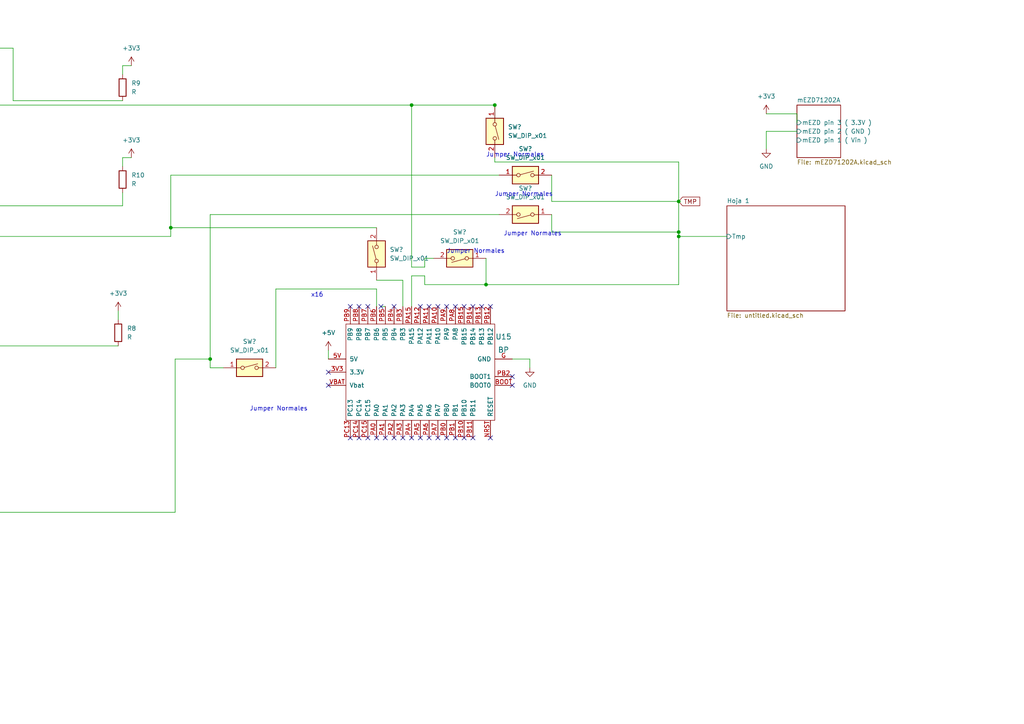
<source format=kicad_sch>
(kicad_sch (version 20211123) (generator eeschema)

  (uuid f5d1fd36-a507-40fb-9629-a44f5c6ba129)

  (paper "A4")

  (lib_symbols
    (symbol "Device:R" (pin_numbers hide) (pin_names (offset 0)) (in_bom yes) (on_board yes)
      (property "Reference" "R" (id 0) (at 2.032 0 90)
        (effects (font (size 1.27 1.27)))
      )
      (property "Value" "R" (id 1) (at 0 0 90)
        (effects (font (size 1.27 1.27)))
      )
      (property "Footprint" "" (id 2) (at -1.778 0 90)
        (effects (font (size 1.27 1.27)) hide)
      )
      (property "Datasheet" "~" (id 3) (at 0 0 0)
        (effects (font (size 1.27 1.27)) hide)
      )
      (property "ki_keywords" "R res resistor" (id 4) (at 0 0 0)
        (effects (font (size 1.27 1.27)) hide)
      )
      (property "ki_description" "Resistor" (id 5) (at 0 0 0)
        (effects (font (size 1.27 1.27)) hide)
      )
      (property "ki_fp_filters" "R_*" (id 6) (at 0 0 0)
        (effects (font (size 1.27 1.27)) hide)
      )
      (symbol "R_0_1"
        (rectangle (start -1.016 -2.54) (end 1.016 2.54)
          (stroke (width 0.254) (type default) (color 0 0 0 0))
          (fill (type none))
        )
      )
      (symbol "R_1_1"
        (pin passive line (at 0 3.81 270) (length 1.27)
          (name "~" (effects (font (size 1.27 1.27))))
          (number "1" (effects (font (size 1.27 1.27))))
        )
        (pin passive line (at 0 -3.81 90) (length 1.27)
          (name "~" (effects (font (size 1.27 1.27))))
          (number "2" (effects (font (size 1.27 1.27))))
        )
      )
    )
    (symbol "Simbolos PE:DB37_Female" (pin_names (offset 1.016) hide) (in_bom yes) (on_board yes)
      (property "Reference" "J" (id 0) (at 0 50.165 0)
        (effects (font (size 1.27 1.27)))
      )
      (property "Value" "DB37_Female" (id 1) (at 0 -50.8 0)
        (effects (font (size 1.27 1.27)))
      )
      (property "Footprint" "" (id 2) (at 0 0 0)
        (effects (font (size 1.27 1.27)) hide)
      )
      (property "Datasheet" " ~" (id 3) (at 0 0 0)
        (effects (font (size 1.27 1.27)) hide)
      )
      (property "ki_keywords" "female D-SUB connector" (id 4) (at 0 0 0)
        (effects (font (size 1.27 1.27)) hide)
      )
      (property "ki_description" "37-pin female D-SUB connector" (id 5) (at 0 0 0)
        (effects (font (size 1.27 1.27)) hide)
      )
      (property "ki_fp_filters" "DSUB*Female*" (id 6) (at 0 0 0)
        (effects (font (size 1.27 1.27)) hide)
      )
      (symbol "DB37_Female_0_1"
        (circle (center -1.778 -45.72) (radius 0.762)
          (stroke (width 0) (type default) (color 0 0 0 0))
          (fill (type none))
        )
        (circle (center -1.778 -40.64) (radius 0.762)
          (stroke (width 0) (type default) (color 0 0 0 0))
          (fill (type none))
        )
        (circle (center -1.778 -35.56) (radius 0.762)
          (stroke (width 0) (type default) (color 0 0 0 0))
          (fill (type none))
        )
        (circle (center -1.778 -30.48) (radius 0.762)
          (stroke (width 0) (type default) (color 0 0 0 0))
          (fill (type none))
        )
        (circle (center -1.778 -25.4) (radius 0.762)
          (stroke (width 0) (type default) (color 0 0 0 0))
          (fill (type none))
        )
        (circle (center -1.778 -20.32) (radius 0.762)
          (stroke (width 0) (type default) (color 0 0 0 0))
          (fill (type none))
        )
        (circle (center -1.778 -15.24) (radius 0.762)
          (stroke (width 0) (type default) (color 0 0 0 0))
          (fill (type none))
        )
        (circle (center -1.778 -10.16) (radius 0.762)
          (stroke (width 0) (type default) (color 0 0 0 0))
          (fill (type none))
        )
        (circle (center -1.778 -5.08) (radius 0.762)
          (stroke (width 0) (type default) (color 0 0 0 0))
          (fill (type none))
        )
        (circle (center -1.778 0) (radius 0.762)
          (stroke (width 0) (type default) (color 0 0 0 0))
          (fill (type none))
        )
        (circle (center -1.778 5.08) (radius 0.762)
          (stroke (width 0) (type default) (color 0 0 0 0))
          (fill (type none))
        )
        (circle (center -1.778 10.16) (radius 0.762)
          (stroke (width 0) (type default) (color 0 0 0 0))
          (fill (type none))
        )
        (circle (center -1.778 15.24) (radius 0.762)
          (stroke (width 0) (type default) (color 0 0 0 0))
          (fill (type none))
        )
        (circle (center -1.778 20.32) (radius 0.762)
          (stroke (width 0) (type default) (color 0 0 0 0))
          (fill (type none))
        )
        (circle (center -1.778 25.4) (radius 0.762)
          (stroke (width 0) (type default) (color 0 0 0 0))
          (fill (type none))
        )
        (circle (center -1.778 30.48) (radius 0.762)
          (stroke (width 0) (type default) (color 0 0 0 0))
          (fill (type none))
        )
        (circle (center -1.778 35.56) (radius 0.762)
          (stroke (width 0) (type default) (color 0 0 0 0))
          (fill (type none))
        )
        (circle (center -1.778 40.64) (radius 0.762)
          (stroke (width 0) (type default) (color 0 0 0 0))
          (fill (type none))
        )
        (circle (center -1.778 45.72) (radius 0.762)
          (stroke (width 0) (type default) (color 0 0 0 0))
          (fill (type none))
        )
        (polyline
          (pts
            (xy -3.81 -45.72)
            (xy -2.54 -45.72)
          )
          (stroke (width 0) (type default) (color 0 0 0 0))
          (fill (type none))
        )
        (polyline
          (pts
            (xy -3.81 -43.18)
            (xy 0.508 -43.18)
          )
          (stroke (width 0) (type default) (color 0 0 0 0))
          (fill (type none))
        )
        (polyline
          (pts
            (xy -3.81 -40.64)
            (xy -2.54 -40.64)
          )
          (stroke (width 0) (type default) (color 0 0 0 0))
          (fill (type none))
        )
        (polyline
          (pts
            (xy -3.81 -38.1)
            (xy 0.508 -38.1)
          )
          (stroke (width 0) (type default) (color 0 0 0 0))
          (fill (type none))
        )
        (polyline
          (pts
            (xy -3.81 -35.56)
            (xy -2.54 -35.56)
          )
          (stroke (width 0) (type default) (color 0 0 0 0))
          (fill (type none))
        )
        (polyline
          (pts
            (xy -3.81 -33.02)
            (xy 0.508 -33.02)
          )
          (stroke (width 0) (type default) (color 0 0 0 0))
          (fill (type none))
        )
        (polyline
          (pts
            (xy -3.81 -30.48)
            (xy -2.54 -30.48)
          )
          (stroke (width 0) (type default) (color 0 0 0 0))
          (fill (type none))
        )
        (polyline
          (pts
            (xy -3.81 -27.94)
            (xy 0.508 -27.94)
          )
          (stroke (width 0) (type default) (color 0 0 0 0))
          (fill (type none))
        )
        (polyline
          (pts
            (xy -3.81 -25.4)
            (xy -2.54 -25.4)
          )
          (stroke (width 0) (type default) (color 0 0 0 0))
          (fill (type none))
        )
        (polyline
          (pts
            (xy -3.81 -22.86)
            (xy 0.508 -22.86)
          )
          (stroke (width 0) (type default) (color 0 0 0 0))
          (fill (type none))
        )
        (polyline
          (pts
            (xy -3.81 -20.32)
            (xy -2.54 -20.32)
          )
          (stroke (width 0) (type default) (color 0 0 0 0))
          (fill (type none))
        )
        (polyline
          (pts
            (xy -3.81 -17.78)
            (xy 0.508 -17.78)
          )
          (stroke (width 0) (type default) (color 0 0 0 0))
          (fill (type none))
        )
        (polyline
          (pts
            (xy -3.81 -15.24)
            (xy -2.54 -15.24)
          )
          (stroke (width 0) (type default) (color 0 0 0 0))
          (fill (type none))
        )
        (polyline
          (pts
            (xy -3.81 -12.7)
            (xy 0.508 -12.7)
          )
          (stroke (width 0) (type default) (color 0 0 0 0))
          (fill (type none))
        )
        (polyline
          (pts
            (xy -3.81 -10.16)
            (xy -2.54 -10.16)
          )
          (stroke (width 0) (type default) (color 0 0 0 0))
          (fill (type none))
        )
        (polyline
          (pts
            (xy -3.81 -7.62)
            (xy 0.508 -7.62)
          )
          (stroke (width 0) (type default) (color 0 0 0 0))
          (fill (type none))
        )
        (polyline
          (pts
            (xy -3.81 -5.08)
            (xy -2.54 -5.08)
          )
          (stroke (width 0) (type default) (color 0 0 0 0))
          (fill (type none))
        )
        (polyline
          (pts
            (xy -3.81 -2.54)
            (xy 0.508 -2.54)
          )
          (stroke (width 0) (type default) (color 0 0 0 0))
          (fill (type none))
        )
        (polyline
          (pts
            (xy -3.81 0)
            (xy -2.54 0)
          )
          (stroke (width 0) (type default) (color 0 0 0 0))
          (fill (type none))
        )
        (polyline
          (pts
            (xy -3.81 2.54)
            (xy 0.508 2.54)
          )
          (stroke (width 0) (type default) (color 0 0 0 0))
          (fill (type none))
        )
        (polyline
          (pts
            (xy -3.81 5.08)
            (xy -2.54 5.08)
          )
          (stroke (width 0) (type default) (color 0 0 0 0))
          (fill (type none))
        )
        (polyline
          (pts
            (xy -3.81 7.62)
            (xy 0.508 7.62)
          )
          (stroke (width 0) (type default) (color 0 0 0 0))
          (fill (type none))
        )
        (polyline
          (pts
            (xy -3.81 10.16)
            (xy -2.54 10.16)
          )
          (stroke (width 0) (type default) (color 0 0 0 0))
          (fill (type none))
        )
        (polyline
          (pts
            (xy -3.81 12.7)
            (xy 0.508 12.7)
          )
          (stroke (width 0) (type default) (color 0 0 0 0))
          (fill (type none))
        )
        (polyline
          (pts
            (xy -3.81 15.24)
            (xy -2.54 15.24)
          )
          (stroke (width 0) (type default) (color 0 0 0 0))
          (fill (type none))
        )
        (polyline
          (pts
            (xy -3.81 17.78)
            (xy 0.508 17.78)
          )
          (stroke (width 0) (type default) (color 0 0 0 0))
          (fill (type none))
        )
        (polyline
          (pts
            (xy -3.81 20.32)
            (xy -2.54 20.32)
          )
          (stroke (width 0) (type default) (color 0 0 0 0))
          (fill (type none))
        )
        (polyline
          (pts
            (xy -3.81 22.86)
            (xy 0.508 22.86)
          )
          (stroke (width 0) (type default) (color 0 0 0 0))
          (fill (type none))
        )
        (polyline
          (pts
            (xy -3.81 25.4)
            (xy -2.54 25.4)
          )
          (stroke (width 0) (type default) (color 0 0 0 0))
          (fill (type none))
        )
        (polyline
          (pts
            (xy -3.81 27.94)
            (xy 0.508 27.94)
          )
          (stroke (width 0) (type default) (color 0 0 0 0))
          (fill (type none))
        )
        (polyline
          (pts
            (xy -3.81 30.48)
            (xy -2.54 30.48)
          )
          (stroke (width 0) (type default) (color 0 0 0 0))
          (fill (type none))
        )
        (polyline
          (pts
            (xy -3.81 33.02)
            (xy 0.508 33.02)
          )
          (stroke (width 0) (type default) (color 0 0 0 0))
          (fill (type none))
        )
        (polyline
          (pts
            (xy -3.81 35.56)
            (xy -2.54 35.56)
          )
          (stroke (width 0) (type default) (color 0 0 0 0))
          (fill (type none))
        )
        (polyline
          (pts
            (xy -3.81 38.1)
            (xy 0.508 38.1)
          )
          (stroke (width 0) (type default) (color 0 0 0 0))
          (fill (type none))
        )
        (polyline
          (pts
            (xy -3.81 40.64)
            (xy -2.54 40.64)
          )
          (stroke (width 0) (type default) (color 0 0 0 0))
          (fill (type none))
        )
        (polyline
          (pts
            (xy -3.81 43.18)
            (xy 0.508 43.18)
          )
          (stroke (width 0) (type default) (color 0 0 0 0))
          (fill (type none))
        )
        (polyline
          (pts
            (xy -3.81 45.72)
            (xy -2.54 45.72)
          )
          (stroke (width 0) (type default) (color 0 0 0 0))
          (fill (type none))
        )
        (polyline
          (pts
            (xy -3.81 -49.53)
            (xy 3.81 -45.085)
            (xy 3.81 45.085)
            (xy -3.81 48.895)
            (xy -3.81 -49.53)
          )
          (stroke (width 0.254) (type default) (color 0 0 0 0))
          (fill (type background))
        )
        (circle (center 1.27 -43.18) (radius 0.762)
          (stroke (width 0) (type default) (color 0 0 0 0))
          (fill (type none))
        )
        (circle (center 1.27 -38.1) (radius 0.762)
          (stroke (width 0) (type default) (color 0 0 0 0))
          (fill (type none))
        )
        (circle (center 1.27 -33.02) (radius 0.762)
          (stroke (width 0) (type default) (color 0 0 0 0))
          (fill (type none))
        )
        (circle (center 1.27 -27.94) (radius 0.762)
          (stroke (width 0) (type default) (color 0 0 0 0))
          (fill (type none))
        )
        (circle (center 1.27 -22.86) (radius 0.762)
          (stroke (width 0) (type default) (color 0 0 0 0))
          (fill (type none))
        )
        (circle (center 1.27 -17.78) (radius 0.762)
          (stroke (width 0) (type default) (color 0 0 0 0))
          (fill (type none))
        )
        (circle (center 1.27 -12.7) (radius 0.762)
          (stroke (width 0) (type default) (color 0 0 0 0))
          (fill (type none))
        )
        (circle (center 1.27 -7.62) (radius 0.762)
          (stroke (width 0) (type default) (color 0 0 0 0))
          (fill (type none))
        )
        (circle (center 1.27 -2.54) (radius 0.762)
          (stroke (width 0) (type default) (color 0 0 0 0))
          (fill (type none))
        )
        (circle (center 1.27 2.54) (radius 0.762)
          (stroke (width 0) (type default) (color 0 0 0 0))
          (fill (type none))
        )
        (circle (center 1.27 7.62) (radius 0.762)
          (stroke (width 0) (type default) (color 0 0 0 0))
          (fill (type none))
        )
        (circle (center 1.27 12.7) (radius 0.762)
          (stroke (width 0) (type default) (color 0 0 0 0))
          (fill (type none))
        )
        (circle (center 1.27 17.78) (radius 0.762)
          (stroke (width 0) (type default) (color 0 0 0 0))
          (fill (type none))
        )
        (circle (center 1.27 22.86) (radius 0.762)
          (stroke (width 0) (type default) (color 0 0 0 0))
          (fill (type none))
        )
        (circle (center 1.27 27.94) (radius 0.762)
          (stroke (width 0) (type default) (color 0 0 0 0))
          (fill (type none))
        )
        (circle (center 1.27 33.02) (radius 0.762)
          (stroke (width 0) (type default) (color 0 0 0 0))
          (fill (type none))
        )
        (circle (center 1.27 38.1) (radius 0.762)
          (stroke (width 0) (type default) (color 0 0 0 0))
          (fill (type none))
        )
        (circle (center 1.27 43.18) (radius 0.762)
          (stroke (width 0) (type default) (color 0 0 0 0))
          (fill (type none))
        )
      )
      (symbol "DB37_Female_1_1"
        (pin passive line (at -7.62 45.72 0) (length 3.81)
          (name "1" (effects (font (size 1.27 1.27))))
          (number "1" (effects (font (size 1.27 1.27))))
        )
        (pin passive line (at -7.62 0 0) (length 3.81)
          (name "10" (effects (font (size 1.27 1.27))))
          (number "10" (effects (font (size 1.27 1.27))))
        )
        (pin passive line (at -7.62 -5.08 0) (length 3.81)
          (name "11" (effects (font (size 1.27 1.27))))
          (number "11" (effects (font (size 1.27 1.27))))
        )
        (pin passive line (at -7.62 -10.16 0) (length 3.81)
          (name "12" (effects (font (size 1.27 1.27))))
          (number "12" (effects (font (size 1.27 1.27))))
        )
        (pin passive line (at -7.62 -15.24 0) (length 3.81)
          (name "13" (effects (font (size 1.27 1.27))))
          (number "13" (effects (font (size 1.27 1.27))))
        )
        (pin passive line (at -7.62 -20.32 0) (length 3.81)
          (name "14" (effects (font (size 1.27 1.27))))
          (number "14" (effects (font (size 1.27 1.27))))
        )
        (pin passive line (at -7.62 -25.4 0) (length 3.81)
          (name "15" (effects (font (size 1.27 1.27))))
          (number "15" (effects (font (size 1.27 1.27))))
        )
        (pin passive line (at -7.62 -30.48 0) (length 3.81)
          (name "16" (effects (font (size 1.27 1.27))))
          (number "16" (effects (font (size 1.27 1.27))))
        )
        (pin passive line (at -7.62 -35.56 0) (length 3.81)
          (name "17" (effects (font (size 1.27 1.27))))
          (number "17" (effects (font (size 1.27 1.27))))
        )
        (pin passive line (at -7.62 -40.64 0) (length 3.81)
          (name "18" (effects (font (size 1.27 1.27))))
          (number "18" (effects (font (size 1.27 1.27))))
        )
        (pin passive line (at -7.62 -45.72 0) (length 3.81)
          (name "19" (effects (font (size 1.27 1.27))))
          (number "19" (effects (font (size 1.27 1.27))))
        )
        (pin passive line (at -7.62 40.64 0) (length 3.81)
          (name "2" (effects (font (size 1.27 1.27))))
          (number "2" (effects (font (size 1.27 1.27))))
        )
        (pin passive line (at -7.62 43.18 0) (length 3.81)
          (name "20" (effects (font (size 1.27 1.27))))
          (number "20" (effects (font (size 1.27 1.27))))
        )
        (pin passive line (at -7.62 38.1 0) (length 3.81)
          (name "21" (effects (font (size 1.27 1.27))))
          (number "21" (effects (font (size 1.27 1.27))))
        )
        (pin passive line (at -7.62 33.02 0) (length 3.81)
          (name "22" (effects (font (size 1.27 1.27))))
          (number "22" (effects (font (size 1.27 1.27))))
        )
        (pin passive line (at -7.62 27.94 0) (length 3.81)
          (name "23" (effects (font (size 1.27 1.27))))
          (number "23" (effects (font (size 1.27 1.27))))
        )
        (pin passive line (at -7.62 22.86 0) (length 3.81)
          (name "24" (effects (font (size 1.27 1.27))))
          (number "24" (effects (font (size 1.27 1.27))))
        )
        (pin passive line (at -7.62 17.78 0) (length 3.81)
          (name "25" (effects (font (size 1.27 1.27))))
          (number "25" (effects (font (size 1.27 1.27))))
        )
        (pin passive line (at -7.62 12.7 0) (length 3.81)
          (name "26" (effects (font (size 1.27 1.27))))
          (number "26" (effects (font (size 1.27 1.27))))
        )
        (pin passive line (at -7.62 7.62 0) (length 3.81)
          (name "27" (effects (font (size 1.27 1.27))))
          (number "27" (effects (font (size 1.27 1.27))))
        )
        (pin passive line (at -7.62 2.54 0) (length 3.81)
          (name "28" (effects (font (size 1.27 1.27))))
          (number "28" (effects (font (size 1.27 1.27))))
        )
        (pin passive line (at -7.62 -2.54 0) (length 3.81)
          (name "29" (effects (font (size 1.27 1.27))))
          (number "29" (effects (font (size 1.27 1.27))))
        )
        (pin passive line (at -7.62 35.56 0) (length 3.81)
          (name "3" (effects (font (size 1.27 1.27))))
          (number "3" (effects (font (size 1.27 1.27))))
        )
        (pin passive line (at -7.62 -7.62 0) (length 3.81)
          (name "30" (effects (font (size 1.27 1.27))))
          (number "30" (effects (font (size 1.27 1.27))))
        )
        (pin passive line (at -7.62 -12.7 0) (length 3.81)
          (name "31" (effects (font (size 1.27 1.27))))
          (number "31" (effects (font (size 1.27 1.27))))
        )
        (pin passive line (at -7.62 -17.78 0) (length 3.81)
          (name "32" (effects (font (size 1.27 1.27))))
          (number "32" (effects (font (size 1.27 1.27))))
        )
        (pin passive line (at -7.62 -22.86 0) (length 3.81)
          (name "33" (effects (font (size 1.27 1.27))))
          (number "33" (effects (font (size 1.27 1.27))))
        )
        (pin passive line (at -7.62 -27.94 0) (length 3.81)
          (name "34" (effects (font (size 1.27 1.27))))
          (number "34" (effects (font (size 1.27 1.27))))
        )
        (pin passive line (at -7.62 -33.02 0) (length 3.81)
          (name "35" (effects (font (size 1.27 1.27))))
          (number "35" (effects (font (size 1.27 1.27))))
        )
        (pin passive line (at -7.62 -38.1 0) (length 3.81)
          (name "36" (effects (font (size 1.27 1.27))))
          (number "36" (effects (font (size 1.27 1.27))))
        )
        (pin passive line (at -7.62 -43.18 0) (length 3.81)
          (name "37" (effects (font (size 1.27 1.27))))
          (number "37" (effects (font (size 1.27 1.27))))
        )
        (pin passive line (at -7.62 30.48 0) (length 3.81)
          (name "4" (effects (font (size 1.27 1.27))))
          (number "4" (effects (font (size 1.27 1.27))))
        )
        (pin passive line (at -7.62 25.4 0) (length 3.81)
          (name "5" (effects (font (size 1.27 1.27))))
          (number "5" (effects (font (size 1.27 1.27))))
        )
        (pin passive line (at -7.62 20.32 0) (length 3.81)
          (name "6" (effects (font (size 1.27 1.27))))
          (number "6" (effects (font (size 1.27 1.27))))
        )
        (pin passive line (at -7.62 15.24 0) (length 3.81)
          (name "7" (effects (font (size 1.27 1.27))))
          (number "7" (effects (font (size 1.27 1.27))))
        )
        (pin passive line (at -7.62 10.16 0) (length 3.81)
          (name "8" (effects (font (size 1.27 1.27))))
          (number "8" (effects (font (size 1.27 1.27))))
        )
        (pin passive line (at -7.62 5.08 0) (length 3.81)
          (name "9" (effects (font (size 1.27 1.27))))
          (number "9" (effects (font (size 1.27 1.27))))
        )
      )
    )
    (symbol "Simbolos PE:WH_db9" (in_bom yes) (on_board yes)
      (property "Reference" "WH" (id 0) (at -1.27 -5.08 0)
        (effects (font (size 1.27 1.27)))
      )
      (property "Value" "WH_db9" (id 1) (at -2.54 3.81 0)
        (effects (font (size 1.27 1.27)))
      )
      (property "Footprint" "" (id 2) (at 2.54 2.54 0)
        (effects (font (size 1.27 1.27)) hide)
      )
      (property "Datasheet" "" (id 3) (at 2.54 2.54 0)
        (effects (font (size 1.27 1.27)) hide)
      )
      (symbol "WH_db9_0_1"
        (rectangle (start -5.08 2.54) (end 2.54 -3.81)
          (stroke (width 0) (type default) (color 0 0 0 0))
          (fill (type none))
        )
      )
      (symbol "WH_db9_1_1"
        (pin input line (at 5.08 -1.27 180) (length 2.54)
          (name "GND" (effects (font (size 1.27 1.27))))
          (number "1" (effects (font (size 1.27 1.27))))
        )
        (pin input line (at 5.08 1.27 180) (length 2.54)
          (name "E-Stop" (effects (font (size 1.27 1.27))))
          (number "2" (effects (font (size 1.27 1.27))))
        )
      )
    )
    (symbol "Switch:SW_DIP_x01" (pin_names (offset 0) hide) (in_bom yes) (on_board yes)
      (property "Reference" "SW" (id 0) (at 0 3.81 0)
        (effects (font (size 1.27 1.27)))
      )
      (property "Value" "SW_DIP_x01" (id 1) (at 0 -3.81 0)
        (effects (font (size 1.27 1.27)))
      )
      (property "Footprint" "" (id 2) (at 0 0 0)
        (effects (font (size 1.27 1.27)) hide)
      )
      (property "Datasheet" "~" (id 3) (at 0 0 0)
        (effects (font (size 1.27 1.27)) hide)
      )
      (property "ki_keywords" "dip switch" (id 4) (at 0 0 0)
        (effects (font (size 1.27 1.27)) hide)
      )
      (property "ki_description" "1x DIP Switch, Single Pole Single Throw (SPST) switch, small symbol" (id 5) (at 0 0 0)
        (effects (font (size 1.27 1.27)) hide)
      )
      (property "ki_fp_filters" "SW?DIP?x1*" (id 6) (at 0 0 0)
        (effects (font (size 1.27 1.27)) hide)
      )
      (symbol "SW_DIP_x01_0_0"
        (circle (center -2.032 0) (radius 0.508)
          (stroke (width 0) (type default) (color 0 0 0 0))
          (fill (type none))
        )
        (polyline
          (pts
            (xy -1.524 0.127)
            (xy 2.3622 1.1684)
          )
          (stroke (width 0) (type default) (color 0 0 0 0))
          (fill (type none))
        )
        (circle (center 2.032 0) (radius 0.508)
          (stroke (width 0) (type default) (color 0 0 0 0))
          (fill (type none))
        )
      )
      (symbol "SW_DIP_x01_0_1"
        (rectangle (start -3.81 2.54) (end 3.81 -2.54)
          (stroke (width 0.254) (type default) (color 0 0 0 0))
          (fill (type background))
        )
      )
      (symbol "SW_DIP_x01_1_1"
        (pin passive line (at -7.62 0 0) (length 5.08)
          (name "~" (effects (font (size 1.27 1.27))))
          (number "1" (effects (font (size 1.27 1.27))))
        )
        (pin passive line (at 7.62 0 180) (length 5.08)
          (name "~" (effects (font (size 1.27 1.27))))
          (number "2" (effects (font (size 1.27 1.27))))
        )
      )
    )
    (symbol "bp:BP" (pin_names (offset 1.016)) (in_bom yes) (on_board yes)
      (property "Reference" "U" (id 0) (at -12.7 22.86 0)
        (effects (font (size 1.524 1.524)))
      )
      (property "Value" "BP" (id 1) (at 7.62 -24.13 0)
        (effects (font (size 1.524 1.524)))
      )
      (property "Footprint" "Module:blue_pill" (id 2) (at -2.54 19.05 0)
        (effects (font (size 1.524 1.524)) hide)
      )
      (property "Datasheet" "https://www.electronicshub.org/getting-started-with-stm32f103c8t6-blue-pill/" (id 3) (at -2.54 19.05 0)
        (effects (font (size 1.524 1.524)) hide)
      )
      (symbol "BP_0_1"
        (rectangle (start -13.97 21.59) (end 13.97 -21.59)
          (stroke (width 0) (type default) (color 0 0 0 0))
          (fill (type none))
        )
      )
      (symbol "BP_1_1"
        (pin power_out line (at 0 26.67 270) (length 5.08)
          (name "3.3V" (effects (font (size 1.27 1.27))))
          (number "3V3" (effects (font (size 1.27 1.27))))
        )
        (pin power_out line (at 3.81 26.67 270) (length 5.08)
          (name "5V" (effects (font (size 1.27 1.27))))
          (number "5V" (effects (font (size 1.27 1.27))))
        )
        (pin input line (at -3.81 -26.67 90) (length 5.08)
          (name "BOOT0" (effects (font (size 1.27 1.27))))
          (number "BOOT" (effects (font (size 1.27 1.27))))
        )
        (pin power_out line (at 3.81 -26.67 90) (length 5.08)
          (name "GND" (effects (font (size 1.27 1.27))))
          (number "G" (effects (font (size 1.27 1.27))))
        )
        (pin input line (at -19.05 -20.32 0) (length 5.08)
          (name "RESET" (effects (font (size 1.27 1.27))))
          (number "NRST" (effects (font (size 1.27 1.27))))
        )
        (pin bidirectional line (at -19.05 12.7 0) (length 5.08)
          (name "PA0" (effects (font (size 1.27 1.27))))
          (number "PA0" (effects (font (size 1.27 1.27))))
        )
        (pin bidirectional line (at -19.05 10.16 0) (length 5.08)
          (name "PA1" (effects (font (size 1.27 1.27))))
          (number "PA1" (effects (font (size 1.27 1.27))))
        )
        (pin bidirectional line (at 19.05 -5.08 180) (length 5.08)
          (name "PA10" (effects (font (size 1.27 1.27))))
          (number "PA10" (effects (font (size 1.27 1.27))))
        )
        (pin bidirectional line (at 19.05 -2.54 180) (length 5.08)
          (name "PA11" (effects (font (size 1.27 1.27))))
          (number "PA11" (effects (font (size 1.27 1.27))))
        )
        (pin bidirectional line (at 19.05 0 180) (length 5.08)
          (name "PA12" (effects (font (size 1.27 1.27))))
          (number "PA12" (effects (font (size 1.27 1.27))))
        )
        (pin bidirectional line (at 19.05 2.54 180) (length 5.08)
          (name "PA15" (effects (font (size 1.27 1.27))))
          (number "PA15" (effects (font (size 1.27 1.27))))
        )
        (pin bidirectional line (at -19.05 7.62 0) (length 5.08)
          (name "PA2" (effects (font (size 1.27 1.27))))
          (number "PA2" (effects (font (size 1.27 1.27))))
        )
        (pin bidirectional line (at -19.05 5.08 0) (length 5.08)
          (name "PA3" (effects (font (size 1.27 1.27))))
          (number "PA3" (effects (font (size 1.27 1.27))))
        )
        (pin bidirectional line (at -19.05 2.54 0) (length 5.08)
          (name "PA4" (effects (font (size 1.27 1.27))))
          (number "PA4" (effects (font (size 1.27 1.27))))
        )
        (pin bidirectional line (at -19.05 0 0) (length 5.08)
          (name "PA5" (effects (font (size 1.27 1.27))))
          (number "PA5" (effects (font (size 1.27 1.27))))
        )
        (pin bidirectional line (at -19.05 -2.54 0) (length 5.08)
          (name "PA6" (effects (font (size 1.27 1.27))))
          (number "PA6" (effects (font (size 1.27 1.27))))
        )
        (pin bidirectional line (at -19.05 -5.08 0) (length 5.08)
          (name "PA7" (effects (font (size 1.27 1.27))))
          (number "PA7" (effects (font (size 1.27 1.27))))
        )
        (pin bidirectional line (at 19.05 -10.16 180) (length 5.08)
          (name "PA8" (effects (font (size 1.27 1.27))))
          (number "PA8" (effects (font (size 1.27 1.27))))
        )
        (pin bidirectional line (at 19.05 -7.62 180) (length 5.08)
          (name "PA9" (effects (font (size 1.27 1.27))))
          (number "PA9" (effects (font (size 1.27 1.27))))
        )
        (pin bidirectional line (at -19.05 -7.62 0) (length 5.08)
          (name "PB0" (effects (font (size 1.27 1.27))))
          (number "PB0" (effects (font (size 1.27 1.27))))
        )
        (pin bidirectional line (at -19.05 -10.16 0) (length 5.08)
          (name "PB1" (effects (font (size 1.27 1.27))))
          (number "PB1" (effects (font (size 1.27 1.27))))
        )
        (pin bidirectional line (at -19.05 -12.7 0) (length 5.08)
          (name "PB10" (effects (font (size 1.27 1.27))))
          (number "PB10" (effects (font (size 1.27 1.27))))
        )
        (pin bidirectional line (at -19.05 -15.24 0) (length 5.08)
          (name "PB11" (effects (font (size 1.27 1.27))))
          (number "PB11" (effects (font (size 1.27 1.27))))
        )
        (pin bidirectional line (at 19.05 -20.32 180) (length 5.08)
          (name "PB12" (effects (font (size 1.27 1.27))))
          (number "PB12" (effects (font (size 1.27 1.27))))
        )
        (pin bidirectional line (at 19.05 -17.78 180) (length 5.08)
          (name "PB13" (effects (font (size 1.27 1.27))))
          (number "PB13" (effects (font (size 1.27 1.27))))
        )
        (pin bidirectional line (at 19.05 -15.24 180) (length 5.08)
          (name "PB14" (effects (font (size 1.27 1.27))))
          (number "PB14" (effects (font (size 1.27 1.27))))
        )
        (pin bidirectional line (at 19.05 -12.7 180) (length 5.08)
          (name "PB15" (effects (font (size 1.27 1.27))))
          (number "PB15" (effects (font (size 1.27 1.27))))
        )
        (pin input line (at -1.27 -26.67 90) (length 5.08)
          (name "BOOT1" (effects (font (size 1.27 1.27))))
          (number "PB2" (effects (font (size 1.27 1.27))))
        )
        (pin bidirectional line (at 19.05 5.08 180) (length 5.08)
          (name "PB3" (effects (font (size 1.27 1.27))))
          (number "PB3" (effects (font (size 1.27 1.27))))
        )
        (pin bidirectional line (at 19.05 7.62 180) (length 5.08)
          (name "PB4" (effects (font (size 1.27 1.27))))
          (number "PB4" (effects (font (size 1.27 1.27))))
        )
        (pin bidirectional line (at 19.05 10.16 180) (length 5.08)
          (name "PB5" (effects (font (size 1.27 1.27))))
          (number "PB5" (effects (font (size 1.27 1.27))))
        )
        (pin bidirectional line (at 19.05 12.7 180) (length 5.08)
          (name "PB6" (effects (font (size 1.27 1.27))))
          (number "PB6" (effects (font (size 1.27 1.27))))
        )
        (pin bidirectional line (at 19.05 15.24 180) (length 5.08)
          (name "PB7" (effects (font (size 1.27 1.27))))
          (number "PB7" (effects (font (size 1.27 1.27))))
        )
        (pin bidirectional line (at 19.05 17.78 180) (length 5.08)
          (name "PB8" (effects (font (size 1.27 1.27))))
          (number "PB8" (effects (font (size 1.27 1.27))))
        )
        (pin bidirectional line (at 19.05 20.32 180) (length 5.08)
          (name "PB9" (effects (font (size 1.27 1.27))))
          (number "PB9" (effects (font (size 1.27 1.27))))
        )
        (pin bidirectional line (at -19.05 20.32 0) (length 5.08)
          (name "PC13" (effects (font (size 1.27 1.27))))
          (number "PC13" (effects (font (size 1.27 1.27))))
        )
        (pin bidirectional line (at -19.05 17.78 0) (length 5.08)
          (name "PC14" (effects (font (size 1.27 1.27))))
          (number "PC14" (effects (font (size 1.27 1.27))))
        )
        (pin bidirectional line (at -19.05 15.24 0) (length 5.08)
          (name "PC15" (effects (font (size 1.27 1.27))))
          (number "PC15" (effects (font (size 1.27 1.27))))
        )
        (pin power_in line (at -3.81 26.67 270) (length 5.08)
          (name "Vbat" (effects (font (size 1.27 1.27))))
          (number "VBAT" (effects (font (size 1.27 1.27))))
        )
      )
    )
    (symbol "power:+3.3V" (power) (pin_names (offset 0)) (in_bom yes) (on_board yes)
      (property "Reference" "#PWR" (id 0) (at 0 -3.81 0)
        (effects (font (size 1.27 1.27)) hide)
      )
      (property "Value" "+3.3V" (id 1) (at 0 3.556 0)
        (effects (font (size 1.27 1.27)))
      )
      (property "Footprint" "" (id 2) (at 0 0 0)
        (effects (font (size 1.27 1.27)) hide)
      )
      (property "Datasheet" "" (id 3) (at 0 0 0)
        (effects (font (size 1.27 1.27)) hide)
      )
      (property "ki_keywords" "power-flag" (id 4) (at 0 0 0)
        (effects (font (size 1.27 1.27)) hide)
      )
      (property "ki_description" "Power symbol creates a global label with name \"+3.3V\"" (id 5) (at 0 0 0)
        (effects (font (size 1.27 1.27)) hide)
      )
      (symbol "+3.3V_0_1"
        (polyline
          (pts
            (xy -0.762 1.27)
            (xy 0 2.54)
          )
          (stroke (width 0) (type default) (color 0 0 0 0))
          (fill (type none))
        )
        (polyline
          (pts
            (xy 0 0)
            (xy 0 2.54)
          )
          (stroke (width 0) (type default) (color 0 0 0 0))
          (fill (type none))
        )
        (polyline
          (pts
            (xy 0 2.54)
            (xy 0.762 1.27)
          )
          (stroke (width 0) (type default) (color 0 0 0 0))
          (fill (type none))
        )
      )
      (symbol "+3.3V_1_1"
        (pin power_in line (at 0 0 90) (length 0) hide
          (name "+3V3" (effects (font (size 1.27 1.27))))
          (number "1" (effects (font (size 1.27 1.27))))
        )
      )
    )
    (symbol "power:+5V" (power) (pin_names (offset 0)) (in_bom yes) (on_board yes)
      (property "Reference" "#PWR" (id 0) (at 0 -3.81 0)
        (effects (font (size 1.27 1.27)) hide)
      )
      (property "Value" "+5V" (id 1) (at 0 3.556 0)
        (effects (font (size 1.27 1.27)))
      )
      (property "Footprint" "" (id 2) (at 0 0 0)
        (effects (font (size 1.27 1.27)) hide)
      )
      (property "Datasheet" "" (id 3) (at 0 0 0)
        (effects (font (size 1.27 1.27)) hide)
      )
      (property "ki_keywords" "power-flag" (id 4) (at 0 0 0)
        (effects (font (size 1.27 1.27)) hide)
      )
      (property "ki_description" "Power symbol creates a global label with name \"+5V\"" (id 5) (at 0 0 0)
        (effects (font (size 1.27 1.27)) hide)
      )
      (symbol "+5V_0_1"
        (polyline
          (pts
            (xy -0.762 1.27)
            (xy 0 2.54)
          )
          (stroke (width 0) (type default) (color 0 0 0 0))
          (fill (type none))
        )
        (polyline
          (pts
            (xy 0 0)
            (xy 0 2.54)
          )
          (stroke (width 0) (type default) (color 0 0 0 0))
          (fill (type none))
        )
        (polyline
          (pts
            (xy 0 2.54)
            (xy 0.762 1.27)
          )
          (stroke (width 0) (type default) (color 0 0 0 0))
          (fill (type none))
        )
      )
      (symbol "+5V_1_1"
        (pin power_in line (at 0 0 90) (length 0) hide
          (name "+5V" (effects (font (size 1.27 1.27))))
          (number "1" (effects (font (size 1.27 1.27))))
        )
      )
    )
    (symbol "power:GND" (power) (pin_names (offset 0)) (in_bom yes) (on_board yes)
      (property "Reference" "#PWR" (id 0) (at 0 -6.35 0)
        (effects (font (size 1.27 1.27)) hide)
      )
      (property "Value" "GND" (id 1) (at 0 -3.81 0)
        (effects (font (size 1.27 1.27)))
      )
      (property "Footprint" "" (id 2) (at 0 0 0)
        (effects (font (size 1.27 1.27)) hide)
      )
      (property "Datasheet" "" (id 3) (at 0 0 0)
        (effects (font (size 1.27 1.27)) hide)
      )
      (property "ki_keywords" "power-flag" (id 4) (at 0 0 0)
        (effects (font (size 1.27 1.27)) hide)
      )
      (property "ki_description" "Power symbol creates a global label with name \"GND\" , ground" (id 5) (at 0 0 0)
        (effects (font (size 1.27 1.27)) hide)
      )
      (symbol "GND_0_1"
        (polyline
          (pts
            (xy 0 0)
            (xy 0 -1.27)
            (xy 1.27 -1.27)
            (xy 0 -2.54)
            (xy -1.27 -1.27)
            (xy 0 -1.27)
          )
          (stroke (width 0) (type default) (color 0 0 0 0))
          (fill (type none))
        )
      )
      (symbol "GND_1_1"
        (pin power_in line (at 0 0 270) (length 0) hide
          (name "GND" (effects (font (size 1.27 1.27))))
          (number "1" (effects (font (size 1.27 1.27))))
        )
      )
    )
  )

  (junction (at 140.97 82.55) (diameter 0) (color 0 0 0 0)
    (uuid 1964436d-95ef-4902-974d-a3fb8617be9e)
  )
  (junction (at 196.85 67.31) (diameter 0) (color 0 0 0 0)
    (uuid 36c213db-9268-4215-adb0-96ad29058608)
  )
  (junction (at 119.38 30.48) (diameter 0) (color 0 0 0 0)
    (uuid 78150138-8be1-475a-b708-c886fc5eab0a)
  )
  (junction (at 143.51 30.48) (diameter 0) (color 0 0 0 0)
    (uuid 7cecd06f-e960-4533-bcc0-1a40cdec3ad9)
  )
  (junction (at 196.85 58.42) (diameter 0) (color 0 0 0 0)
    (uuid 8a4fbb3e-940e-40f9-8589-e7862c1544af)
  )
  (junction (at 60.96 104.14) (diameter 0) (color 0 0 0 0)
    (uuid 8f748750-ffbd-49d2-bce0-b1ab7cc38ca7)
  )
  (junction (at 196.85 68.58) (diameter 0) (color 0 0 0 0)
    (uuid b140a84a-d7c3-475e-9411-97f6fbdc92ea)
  )
  (junction (at 49.53 66.04) (diameter 0) (color 0 0 0 0)
    (uuid c4c66fd0-4a11-467d-b81f-a489e6a474c1)
  )

  (no_connect (at 95.25 111.76) (uuid 2611266e-4cbf-49a6-818c-c01ff1bf5372))
  (no_connect (at 95.25 107.95) (uuid 2611266e-4cbf-49a6-818c-c01ff1bf5373))
  (no_connect (at 106.68 88.9) (uuid e448b253-4585-40df-8cac-58ccf56b0f01))
  (no_connect (at 101.6 88.9) (uuid e448b253-4585-40df-8cac-58ccf56b0f02))
  (no_connect (at 104.14 88.9) (uuid e448b253-4585-40df-8cac-58ccf56b0f03))
  (no_connect (at 124.46 88.9) (uuid e448b253-4585-40df-8cac-58ccf56b0f04))
  (no_connect (at 121.92 88.9) (uuid e448b253-4585-40df-8cac-58ccf56b0f05))
  (no_connect (at 129.54 88.9) (uuid e448b253-4585-40df-8cac-58ccf56b0f06))
  (no_connect (at 132.08 88.9) (uuid e448b253-4585-40df-8cac-58ccf56b0f07))
  (no_connect (at 134.62 88.9) (uuid e448b253-4585-40df-8cac-58ccf56b0f08))
  (no_connect (at 148.59 109.22) (uuid e448b253-4585-40df-8cac-58ccf56b0f09))
  (no_connect (at 148.59 111.76) (uuid e448b253-4585-40df-8cac-58ccf56b0f0a))
  (no_connect (at 101.6 127) (uuid e448b253-4585-40df-8cac-58ccf56b0f0b))
  (no_connect (at 104.14 127) (uuid e448b253-4585-40df-8cac-58ccf56b0f0c))
  (no_connect (at 106.68 127) (uuid e448b253-4585-40df-8cac-58ccf56b0f0d))
  (no_connect (at 109.22 127) (uuid e448b253-4585-40df-8cac-58ccf56b0f0e))
  (no_connect (at 111.76 127) (uuid e448b253-4585-40df-8cac-58ccf56b0f0f))
  (no_connect (at 114.3 127) (uuid e448b253-4585-40df-8cac-58ccf56b0f10))
  (no_connect (at 116.84 127) (uuid e448b253-4585-40df-8cac-58ccf56b0f11))
  (no_connect (at 119.38 127) (uuid e448b253-4585-40df-8cac-58ccf56b0f12))
  (no_connect (at 121.92 127) (uuid e448b253-4585-40df-8cac-58ccf56b0f13))
  (no_connect (at 124.46 127) (uuid e448b253-4585-40df-8cac-58ccf56b0f14))
  (no_connect (at 127 127) (uuid e448b253-4585-40df-8cac-58ccf56b0f15))
  (no_connect (at 129.54 127) (uuid e448b253-4585-40df-8cac-58ccf56b0f16))
  (no_connect (at 132.08 127) (uuid e448b253-4585-40df-8cac-58ccf56b0f17))
  (no_connect (at 134.62 127) (uuid e448b253-4585-40df-8cac-58ccf56b0f18))
  (no_connect (at 137.16 127) (uuid e448b253-4585-40df-8cac-58ccf56b0f19))
  (no_connect (at 142.24 127) (uuid e448b253-4585-40df-8cac-58ccf56b0f1a))
  (no_connect (at 142.24 88.9) (uuid e448b253-4585-40df-8cac-58ccf56b0f1b))
  (no_connect (at 127 88.9) (uuid e448b253-4585-40df-8cac-58ccf56b0f1c))
  (no_connect (at 139.7 88.9) (uuid e448b253-4585-40df-8cac-58ccf56b0f1d))
  (no_connect (at 137.16 88.9) (uuid e448b253-4585-40df-8cac-58ccf56b0f1e))
  (no_connect (at 114.3 88.9) (uuid e448b253-4585-40df-8cac-58ccf56b0f1f))
  (no_connect (at 110.49 88.9) (uuid e448b253-4585-40df-8cac-58ccf56b0f20))

  (wire (pts (xy -2.54 143.51) (xy -2.54 100.33))
    (stroke (width 0) (type default) (color 0 0 0 0))
    (uuid 01596721-c3b1-4037-8102-57be3ba585ca)
  )
  (wire (pts (xy 196.85 68.58) (xy 210.82 68.58))
    (stroke (width 0) (type default) (color 0 0 0 0))
    (uuid 083b7c48-aa03-4305-b5c3-90217b6277b5)
  )
  (wire (pts (xy 35.56 59.69) (xy -16.51 59.69))
    (stroke (width 0) (type default) (color 0 0 0 0))
    (uuid 090c6cd7-772d-4d31-89cf-59ca3a111c05)
  )
  (wire (pts (xy -2.54 100.33) (xy 34.29 100.33))
    (stroke (width 0) (type default) (color 0 0 0 0))
    (uuid 0bf324f5-a90b-48f6-8e6a-c2ecc26891e7)
  )
  (wire (pts (xy 109.22 81.28) (xy 116.84 81.28))
    (stroke (width 0) (type default) (color 0 0 0 0))
    (uuid 0c033033-2529-4991-ad31-80cdd167ad83)
  )
  (wire (pts (xy 123.19 82.55) (xy 140.97 82.55))
    (stroke (width 0) (type default) (color 0 0 0 0))
    (uuid 11aa80d1-4cb8-44f1-96b7-9dc3d634b9b2)
  )
  (wire (pts (xy 123.19 77.47) (xy 123.19 74.93))
    (stroke (width 0) (type default) (color 0 0 0 0))
    (uuid 1ae5965f-b810-4e9b-89cc-5ae0374ce6eb)
  )
  (wire (pts (xy 49.53 66.04) (xy 109.22 66.04))
    (stroke (width 0) (type default) (color 0 0 0 0))
    (uuid 1c1e5746-8ad1-44d2-ba41-b6cc511b728e)
  )
  (wire (pts (xy 119.38 30.48) (xy 143.51 30.48))
    (stroke (width 0) (type default) (color 0 0 0 0))
    (uuid 1e437c21-f689-46d7-ae52-fa918ac8b814)
  )
  (wire (pts (xy 95.25 101.6) (xy 95.25 104.14))
    (stroke (width 0) (type default) (color 0 0 0 0))
    (uuid 239708f8-1ca9-45d8-9429-6953ac2b5b11)
  )
  (wire (pts (xy 196.85 58.42) (xy 196.85 67.31))
    (stroke (width 0) (type default) (color 0 0 0 0))
    (uuid 243211c9-4dc6-4916-802f-294ed7451759)
  )
  (wire (pts (xy 35.56 19.05) (xy 38.1 19.05))
    (stroke (width 0) (type default) (color 0 0 0 0))
    (uuid 271904d9-a825-411e-a954-5e534a424d27)
  )
  (wire (pts (xy 119.38 30.48) (xy -1.27 30.48))
    (stroke (width 0) (type default) (color 0 0 0 0))
    (uuid 2793a1b7-da6a-4858-b7c2-2aa7bbf846a9)
  )
  (wire (pts (xy 231.14 38.1) (xy 222.25 38.1))
    (stroke (width 0) (type default) (color 0 0 0 0))
    (uuid 2bdaf918-aded-4295-b400-8f71a7afd33c)
  )
  (wire (pts (xy 231.14 33.02) (xy 231.14 35.56))
    (stroke (width 0) (type default) (color 0 0 0 0))
    (uuid 31d94ff0-4df6-4a36-8392-e0199fbc535b)
  )
  (wire (pts (xy 196.85 68.58) (xy 196.85 82.55))
    (stroke (width 0) (type default) (color 0 0 0 0))
    (uuid 34d2dee4-f775-458f-964d-a538d6e60455)
  )
  (wire (pts (xy 60.96 106.68) (xy 60.96 104.14))
    (stroke (width 0) (type default) (color 0 0 0 0))
    (uuid 369a62b3-9a31-45d3-a3b8-86a7886de1b8)
  )
  (wire (pts (xy 35.56 29.21) (xy 3.81 29.21))
    (stroke (width 0) (type default) (color 0 0 0 0))
    (uuid 385c595e-f75e-4707-aa3e-74647180fd32)
  )
  (wire (pts (xy 34.29 92.71) (xy 34.29 90.17))
    (stroke (width 0) (type default) (color 0 0 0 0))
    (uuid 3d8c5418-e765-4e18-9968-8a87ba1b96fd)
  )
  (wire (pts (xy 160.02 62.23) (xy 160.02 67.31))
    (stroke (width 0) (type default) (color 0 0 0 0))
    (uuid 441ce5da-1b1a-4fa7-a39e-555e7f799988)
  )
  (wire (pts (xy 35.56 55.88) (xy 35.56 59.69))
    (stroke (width 0) (type default) (color 0 0 0 0))
    (uuid 454381d2-9127-4a43-95cf-9641f3803973)
  )
  (wire (pts (xy 160.02 67.31) (xy 196.85 67.31))
    (stroke (width 0) (type default) (color 0 0 0 0))
    (uuid 4ba8422e-0a9b-4bb1-8492-d8043a477936)
  )
  (wire (pts (xy 49.53 50.8) (xy 49.53 66.04))
    (stroke (width 0) (type default) (color 0 0 0 0))
    (uuid 4de0364d-d590-497d-b4e6-56c114e84853)
  )
  (wire (pts (xy 119.38 30.48) (xy 119.38 77.47))
    (stroke (width 0) (type default) (color 0 0 0 0))
    (uuid 4ea0dc80-ab9a-4735-8f06-a303016a2dda)
  )
  (wire (pts (xy -16.51 68.58) (xy 49.53 68.58))
    (stroke (width 0) (type default) (color 0 0 0 0))
    (uuid 544fbc42-e051-4402-9f0c-f4b09386e4af)
  )
  (wire (pts (xy 80.01 83.82) (xy 80.01 106.68))
    (stroke (width 0) (type default) (color 0 0 0 0))
    (uuid 573c0ea3-ac72-4aed-952a-6cc17798fdf8)
  )
  (wire (pts (xy 160.02 58.42) (xy 196.85 58.42))
    (stroke (width 0) (type default) (color 0 0 0 0))
    (uuid 5a01a13c-45f2-4e2c-a5ff-251a8ffb4f37)
  )
  (wire (pts (xy 148.59 104.14) (xy 153.67 104.14))
    (stroke (width 0) (type default) (color 0 0 0 0))
    (uuid 5a884f9b-40ad-4755-9091-d3785b7efe6f)
  )
  (wire (pts (xy 123.19 74.93) (xy 125.73 74.93))
    (stroke (width 0) (type default) (color 0 0 0 0))
    (uuid 602f53b1-ac80-4563-bef7-8b0525b77c6c)
  )
  (wire (pts (xy -1.27 19.05) (xy -26.67 19.05))
    (stroke (width 0) (type default) (color 0 0 0 0))
    (uuid 60703e46-0a7d-4280-9485-da5c97e3a793)
  )
  (wire (pts (xy 143.51 46.99) (xy 196.85 46.99))
    (stroke (width 0) (type default) (color 0 0 0 0))
    (uuid 60cffef7-83b2-42fb-b76b-2c366dd70dcc)
  )
  (wire (pts (xy 222.25 33.02) (xy 231.14 33.02))
    (stroke (width 0) (type default) (color 0 0 0 0))
    (uuid 61e13ec1-6f5f-4447-8c37-994b968de458)
  )
  (wire (pts (xy -6.35 148.59) (xy 50.8 148.59))
    (stroke (width 0) (type default) (color 0 0 0 0))
    (uuid 64e66aaa-9575-4a78-b1a4-6fb59e36e5e2)
  )
  (wire (pts (xy 49.53 68.58) (xy 49.53 66.04))
    (stroke (width 0) (type default) (color 0 0 0 0))
    (uuid 6b489051-b6e7-4faa-a3f3-71b6224a305d)
  )
  (wire (pts (xy 35.56 48.26) (xy 35.56 45.72))
    (stroke (width 0) (type default) (color 0 0 0 0))
    (uuid 6bf1dfce-25f4-433b-8462-25eb3da90541)
  )
  (wire (pts (xy 110.49 88.9) (xy 111.76 88.9))
    (stroke (width 0) (type default) (color 0 0 0 0))
    (uuid 744d0240-8397-42cc-9ff4-1a63f2255d8e)
  )
  (wire (pts (xy 49.53 50.8) (xy 144.78 50.8))
    (stroke (width 0) (type default) (color 0 0 0 0))
    (uuid 7857a77a-948d-43be-87dc-c596f3f62946)
  )
  (wire (pts (xy 116.84 81.28) (xy 116.84 88.9))
    (stroke (width 0) (type default) (color 0 0 0 0))
    (uuid 7c672fef-771d-4fd0-b11f-eb9811ce363f)
  )
  (wire (pts (xy 196.85 46.99) (xy 196.85 58.42))
    (stroke (width 0) (type default) (color 0 0 0 0))
    (uuid 7ff1edef-f89c-4211-af64-e11e9b89a5e2)
  )
  (wire (pts (xy 143.51 45.72) (xy 143.51 46.99))
    (stroke (width 0) (type default) (color 0 0 0 0))
    (uuid 8c9be759-fbab-4cbc-af57-43d3ceb062bb)
  )
  (wire (pts (xy 60.96 62.23) (xy 144.78 62.23))
    (stroke (width 0) (type default) (color 0 0 0 0))
    (uuid 8d17f3ec-7b12-42d5-97ed-dab879c57671)
  )
  (wire (pts (xy 143.51 34.29) (xy 143.51 30.48))
    (stroke (width 0) (type default) (color 0 0 0 0))
    (uuid 8e9cafab-e1ca-49f8-aedf-d39a4bd627f5)
  )
  (wire (pts (xy 80.01 83.82) (xy 109.22 83.82))
    (stroke (width 0) (type default) (color 0 0 0 0))
    (uuid 909b3719-e409-4269-9a05-783c8c74500c)
  )
  (wire (pts (xy 50.8 148.59) (xy 50.8 104.14))
    (stroke (width 0) (type default) (color 0 0 0 0))
    (uuid 91897067-d9e0-4a39-8e94-fa3ae7c44f93)
  )
  (wire (pts (xy 64.77 106.68) (xy 60.96 106.68))
    (stroke (width 0) (type default) (color 0 0 0 0))
    (uuid 96210d26-9de4-4552-89b8-2e3574cc3155)
  )
  (wire (pts (xy -6.35 143.51) (xy -2.54 143.51))
    (stroke (width 0) (type default) (color 0 0 0 0))
    (uuid 9737fd11-f4fd-4fb5-b657-7b6d6946990a)
  )
  (wire (pts (xy 123.19 80.01) (xy 119.38 80.01))
    (stroke (width 0) (type default) (color 0 0 0 0))
    (uuid 9c7b0b6d-1752-4b31-b1da-38d70dc7dbd8)
  )
  (wire (pts (xy 160.02 50.8) (xy 160.02 58.42))
    (stroke (width 0) (type default) (color 0 0 0 0))
    (uuid a44f3385-2066-40f2-8aa5-c08c7114c7a6)
  )
  (wire (pts (xy 119.38 77.47) (xy 123.19 77.47))
    (stroke (width 0) (type default) (color 0 0 0 0))
    (uuid ab1dc2b4-0033-45ed-96ae-b2e7170ad326)
  )
  (wire (pts (xy 222.25 38.1) (xy 222.25 43.18))
    (stroke (width 0) (type default) (color 0 0 0 0))
    (uuid b0d7ef6b-1424-4c00-a9db-63dff7b1d89e)
  )
  (wire (pts (xy 196.85 67.31) (xy 196.85 68.58))
    (stroke (width 0) (type default) (color 0 0 0 0))
    (uuid c89a7bb9-d44d-4cd9-85e3-46bae80b3c77)
  )
  (wire (pts (xy 140.97 82.55) (xy 196.85 82.55))
    (stroke (width 0) (type default) (color 0 0 0 0))
    (uuid cc0f8721-ad9e-4290-bf76-a0c1ae168407)
  )
  (wire (pts (xy 60.96 62.23) (xy 60.96 104.14))
    (stroke (width 0) (type default) (color 0 0 0 0))
    (uuid cedaa80e-99a6-4ea0-9532-f72f2c39ede8)
  )
  (wire (pts (xy 119.38 80.01) (xy 119.38 88.9))
    (stroke (width 0) (type default) (color 0 0 0 0))
    (uuid cf10cd39-a810-4e6d-a4c4-04177fc7b5d0)
  )
  (wire (pts (xy -1.27 30.48) (xy -1.27 19.05))
    (stroke (width 0) (type default) (color 0 0 0 0))
    (uuid d2c1cab8-a093-4f9f-9d8d-357735917dce)
  )
  (wire (pts (xy 153.67 104.14) (xy 153.67 106.68))
    (stroke (width 0) (type default) (color 0 0 0 0))
    (uuid d2df672c-daf4-4ab9-8b89-cff5ccde7f91)
  )
  (wire (pts (xy 123.19 80.01) (xy 123.19 82.55))
    (stroke (width 0) (type default) (color 0 0 0 0))
    (uuid daf00dcd-6274-47e3-8a66-fb206640aeb6)
  )
  (wire (pts (xy 3.81 29.21) (xy 3.81 13.97))
    (stroke (width 0) (type default) (color 0 0 0 0))
    (uuid db2ba625-9378-4ac9-be8e-c1e54e978732)
  )
  (wire (pts (xy 50.8 104.14) (xy 60.96 104.14))
    (stroke (width 0) (type default) (color 0 0 0 0))
    (uuid e049f940-468c-45aa-a2dc-6c8fb51c0c5b)
  )
  (wire (pts (xy 140.97 74.93) (xy 140.97 82.55))
    (stroke (width 0) (type default) (color 0 0 0 0))
    (uuid e5b06586-590d-49e2-9a7f-a016c7415ad3)
  )
  (wire (pts (xy 35.56 21.59) (xy 35.56 19.05))
    (stroke (width 0) (type default) (color 0 0 0 0))
    (uuid edaa21f3-9fc7-481f-94d1-f4a264554d6a)
  )
  (wire (pts (xy 109.22 83.82) (xy 109.22 88.9))
    (stroke (width 0) (type default) (color 0 0 0 0))
    (uuid eeb2ce0a-77ec-4690-b752-836cc3e0b743)
  )
  (wire (pts (xy 35.56 45.72) (xy 38.1 45.72))
    (stroke (width 0) (type default) (color 0 0 0 0))
    (uuid f68e357a-a352-4a26-8367-2131fb86bc54)
  )
  (wire (pts (xy 3.81 13.97) (xy -26.67 13.97))
    (stroke (width 0) (type default) (color 0 0 0 0))
    (uuid fa4c678d-a7ba-486b-badf-7a1981f5f143)
  )

  (text "Jumper Normales" (at 146.05 68.58 0)
    (effects (font (size 1.27 1.27)) (justify left bottom))
    (uuid 22362fcf-f30e-44ab-97f3-3bd23f8d7e52)
  )
  (text "Jumper Normales" (at 72.39 119.38 0)
    (effects (font (size 1.27 1.27)) (justify left bottom))
    (uuid 4fde0785-c32e-4a21-b645-339fa0ad8b38)
  )
  (text "Jumper Normales" (at 143.51 57.15 0)
    (effects (font (size 1.27 1.27)) (justify left bottom))
    (uuid 716e625e-b47a-48d0-91e1-f9b5e955c273)
  )
  (text "Jumper Normales" (at 129.54 73.66 0)
    (effects (font (size 1.27 1.27)) (justify left bottom))
    (uuid 78f0f10b-3392-4f7b-8134-a560ad81bf76)
  )
  (text "Jumper Normales" (at 140.97 45.72 0)
    (effects (font (size 1.27 1.27)) (justify left bottom))
    (uuid 88676d6d-327a-4a85-93c8-1a8a99e14c92)
  )
  (text "x16" (at 90.17 86.36 0)
    (effects (font (size 1.27 1.27)) (justify left bottom))
    (uuid 90e3d7d9-26a3-453c-81f5-2a1034b55694)
  )

  (global_label "TMP" (shape input) (at 196.85 58.42 0) (fields_autoplaced)
    (effects (font (size 1.27 1.27)) (justify left))
    (uuid 20e9efb6-2fff-4db3-a810-be908610cbf3)
    (property "Intersheet References" "${INTERSHEET_REFS}" (id 0) (at 202.9521 58.3406 0)
      (effects (font (size 1.27 1.27)) (justify left) hide)
    )
  )

  (symbol (lib_id "power:GND") (at 222.25 43.18 0) (unit 1)
    (in_bom yes) (on_board yes) (fields_autoplaced)
    (uuid 02de1718-f074-409e-a0ac-24be04e1358a)
    (property "Reference" "#PWR?" (id 0) (at 222.25 49.53 0)
      (effects (font (size 1.27 1.27)) hide)
    )
    (property "Value" "GND" (id 1) (at 222.25 48.26 0))
    (property "Footprint" "" (id 2) (at 222.25 43.18 0)
      (effects (font (size 1.27 1.27)) hide)
    )
    (property "Datasheet" "" (id 3) (at 222.25 43.18 0)
      (effects (font (size 1.27 1.27)) hide)
    )
    (pin "1" (uuid 41cdad4a-8887-4975-b47e-81b94904c535))
  )

  (symbol (lib_id "power:+3.3V") (at 38.1 45.72 0) (unit 1)
    (in_bom yes) (on_board yes) (fields_autoplaced)
    (uuid 0fff5f48-27cb-4a7a-8c5e-f80894b0e595)
    (property "Reference" "#PWR?" (id 0) (at 38.1 49.53 0)
      (effects (font (size 1.27 1.27)) hide)
    )
    (property "Value" "+3.3V" (id 1) (at 38.1 40.64 0))
    (property "Footprint" "" (id 2) (at 38.1 45.72 0)
      (effects (font (size 1.27 1.27)) hide)
    )
    (property "Datasheet" "" (id 3) (at 38.1 45.72 0)
      (effects (font (size 1.27 1.27)) hide)
    )
    (pin "1" (uuid fa55ff77-6459-4380-bc31-7de8146ddc86))
  )

  (symbol (lib_id "power:+3.3V") (at 34.29 90.17 0) (unit 1)
    (in_bom yes) (on_board yes) (fields_autoplaced)
    (uuid 1052e09a-9671-4b5c-8356-da8766319ee0)
    (property "Reference" "#PWR?" (id 0) (at 34.29 93.98 0)
      (effects (font (size 1.27 1.27)) hide)
    )
    (property "Value" "+3.3V" (id 1) (at 34.29 85.09 0))
    (property "Footprint" "" (id 2) (at 34.29 90.17 0)
      (effects (font (size 1.27 1.27)) hide)
    )
    (property "Datasheet" "" (id 3) (at 34.29 90.17 0)
      (effects (font (size 1.27 1.27)) hide)
    )
    (pin "1" (uuid 23668c75-9ce9-4767-ab79-7d48db298b62))
  )

  (symbol (lib_id "Switch:SW_DIP_x01") (at 152.4 62.23 180) (unit 1)
    (in_bom yes) (on_board yes) (fields_autoplaced)
    (uuid 10f3b329-4cce-4ab1-8fae-d906b9fabf2c)
    (property "Reference" "SW?" (id 0) (at 152.4 54.61 0))
    (property "Value" "SW_DIP_x01" (id 1) (at 152.4 57.15 0))
    (property "Footprint" "" (id 2) (at 152.4 62.23 0)
      (effects (font (size 1.27 1.27)) hide)
    )
    (property "Datasheet" "~" (id 3) (at 152.4 62.23 0)
      (effects (font (size 1.27 1.27)) hide)
    )
    (pin "1" (uuid 16b274c5-9186-4d49-bcb6-69eb5f775a84))
    (pin "2" (uuid 6e32a8c0-f13d-4c76-8096-03743c2f50f2))
  )

  (symbol (lib_id "Simbolos PE:WH_db9") (at 312.42 26.67 0) (unit 1)
    (in_bom yes) (on_board yes) (fields_autoplaced)
    (uuid 142e9322-a182-4d08-850d-6b90547726a4)
    (property "Reference" "WH1" (id 0) (at 311.15 19.05 0))
    (property "Value" "WH_db9" (id 1) (at 311.15 21.59 0))
    (property "Footprint" "" (id 2) (at 314.96 24.13 0)
      (effects (font (size 1.27 1.27)) hide)
    )
    (property "Datasheet" "" (id 3) (at 314.96 24.13 0)
      (effects (font (size 1.27 1.27)) hide)
    )
    (pin "1" (uuid 81bce1dc-aef4-4d5e-9c2d-52d9f014c9f6))
    (pin "2" (uuid 2f57f096-52e2-414d-ac87-9e94a56a7d79))
  )

  (symbol (lib_id "Switch:SW_DIP_x01") (at 152.4 50.8 0) (unit 1)
    (in_bom yes) (on_board yes) (fields_autoplaced)
    (uuid 1eb327dd-2df9-45a8-9c96-382e3585b401)
    (property "Reference" "SW?" (id 0) (at 152.4 43.18 0))
    (property "Value" "SW_DIP_x01" (id 1) (at 152.4 45.72 0))
    (property "Footprint" "" (id 2) (at 152.4 50.8 0)
      (effects (font (size 1.27 1.27)) hide)
    )
    (property "Datasheet" "~" (id 3) (at 152.4 50.8 0)
      (effects (font (size 1.27 1.27)) hide)
    )
    (pin "1" (uuid 63a50458-dd92-4c55-8248-0ebebe049ab0))
    (pin "2" (uuid a1799ef3-a4a9-450b-a65b-1dd8ef092c32))
  )

  (symbol (lib_id "Device:R") (at 35.56 52.07 180) (unit 1)
    (in_bom yes) (on_board yes) (fields_autoplaced)
    (uuid 23f56aa1-1ef4-4dbf-9289-e4033b6979c7)
    (property "Reference" "R10" (id 0) (at 38.1 50.7999 0)
      (effects (font (size 1.27 1.27)) (justify right))
    )
    (property "Value" "R" (id 1) (at 38.1 53.3399 0)
      (effects (font (size 1.27 1.27)) (justify right))
    )
    (property "Footprint" "" (id 2) (at 37.338 52.07 90)
      (effects (font (size 1.27 1.27)) hide)
    )
    (property "Datasheet" "~" (id 3) (at 35.56 52.07 0)
      (effects (font (size 1.27 1.27)) hide)
    )
    (pin "1" (uuid cf80587a-d346-416a-9de6-6a1be5c153c5))
    (pin "2" (uuid bc59120f-6127-4ba5-9c64-887cb9caab10))
  )

  (symbol (lib_id "power:+3.3V") (at 222.25 33.02 0) (unit 1)
    (in_bom yes) (on_board yes) (fields_autoplaced)
    (uuid 411d71c2-a13c-4b28-9784-17c15cf0104b)
    (property "Reference" "#PWR?" (id 0) (at 222.25 36.83 0)
      (effects (font (size 1.27 1.27)) hide)
    )
    (property "Value" "+3.3V" (id 1) (at 222.25 27.94 0))
    (property "Footprint" "" (id 2) (at 222.25 33.02 0)
      (effects (font (size 1.27 1.27)) hide)
    )
    (property "Datasheet" "" (id 3) (at 222.25 33.02 0)
      (effects (font (size 1.27 1.27)) hide)
    )
    (pin "1" (uuid 58e44307-574e-43cb-ac81-6d18a6428159))
  )

  (symbol (lib_id "Device:R") (at 35.56 25.4 180) (unit 1)
    (in_bom yes) (on_board yes) (fields_autoplaced)
    (uuid 4172b9e0-6d7b-4f21-bf92-841251555b7b)
    (property "Reference" "R9" (id 0) (at 38.1 24.1299 0)
      (effects (font (size 1.27 1.27)) (justify right))
    )
    (property "Value" "R" (id 1) (at 38.1 26.6699 0)
      (effects (font (size 1.27 1.27)) (justify right))
    )
    (property "Footprint" "" (id 2) (at 37.338 25.4 90)
      (effects (font (size 1.27 1.27)) hide)
    )
    (property "Datasheet" "~" (id 3) (at 35.56 25.4 0)
      (effects (font (size 1.27 1.27)) hide)
    )
    (pin "1" (uuid bcdee150-9daf-40bd-a0d6-14aa53d38585))
    (pin "2" (uuid 62991ac5-4f2c-43fd-89e5-65573e291b73))
  )

  (symbol (lib_id "power:+3.3V") (at 38.1 19.05 0) (unit 1)
    (in_bom yes) (on_board yes) (fields_autoplaced)
    (uuid 53be49db-e8a7-4664-be3b-47cbc1f418ae)
    (property "Reference" "#PWR?" (id 0) (at 38.1 22.86 0)
      (effects (font (size 1.27 1.27)) hide)
    )
    (property "Value" "+3.3V" (id 1) (at 38.1 13.97 0))
    (property "Footprint" "" (id 2) (at 38.1 19.05 0)
      (effects (font (size 1.27 1.27)) hide)
    )
    (property "Datasheet" "" (id 3) (at 38.1 19.05 0)
      (effects (font (size 1.27 1.27)) hide)
    )
    (pin "1" (uuid e192f234-b5b6-486b-ac55-447545b10000))
  )

  (symbol (lib_id "Switch:SW_DIP_x01") (at 133.35 74.93 180) (unit 1)
    (in_bom yes) (on_board yes) (fields_autoplaced)
    (uuid 90b543f6-dc22-4e26-bcaa-7b0c2e9b9567)
    (property "Reference" "SW?" (id 0) (at 133.35 67.31 0))
    (property "Value" "SW_DIP_x01" (id 1) (at 133.35 69.85 0))
    (property "Footprint" "" (id 2) (at 133.35 74.93 0)
      (effects (font (size 1.27 1.27)) hide)
    )
    (property "Datasheet" "~" (id 3) (at 133.35 74.93 0)
      (effects (font (size 1.27 1.27)) hide)
    )
    (pin "1" (uuid 0d22e9ca-20f1-490a-9782-8795d2855008))
    (pin "2" (uuid e5befcfe-9043-4a1d-9de8-9f3e6d92eaf6))
  )

  (symbol (lib_id "Switch:SW_DIP_x01") (at 72.39 106.68 0) (unit 1)
    (in_bom yes) (on_board yes) (fields_autoplaced)
    (uuid 93a4a08b-3729-4a91-908f-f0c0df3af3ab)
    (property "Reference" "SW?" (id 0) (at 72.39 99.06 0))
    (property "Value" "SW_DIP_x01" (id 1) (at 72.39 101.6 0))
    (property "Footprint" "" (id 2) (at 72.39 106.68 0)
      (effects (font (size 1.27 1.27)) hide)
    )
    (property "Datasheet" "~" (id 3) (at 72.39 106.68 0)
      (effects (font (size 1.27 1.27)) hide)
    )
    (pin "1" (uuid 276c89d5-25cb-4ad5-a8d6-ec340f6b0661))
    (pin "2" (uuid 85bb591e-ddfb-4c75-8338-712b311acaaa))
  )

  (symbol (lib_id "Simbolos PE:DB37_Female") (at 431.8 187.96 0) (unit 1)
    (in_bom yes) (on_board yes) (fields_autoplaced)
    (uuid 9b22a8f8-d19d-44ef-9267-fef03a33c454)
    (property "Reference" "J1" (id 0) (at 436.88 187.0074 0)
      (effects (font (size 1.27 1.27)) (justify left))
    )
    (property "Value" "DB37_Female" (id 1) (at 436.88 189.5474 0)
      (effects (font (size 1.27 1.27)) (justify left))
    )
    (property "Footprint" "" (id 2) (at 431.8 187.96 0)
      (effects (font (size 1.27 1.27)) hide)
    )
    (property "Datasheet" " ~" (id 3) (at 431.8 187.96 0)
      (effects (font (size 1.27 1.27)) hide)
    )
    (pin "1" (uuid ffd188aa-d2a2-431b-abeb-a3fd1f2a2ff4))
    (pin "10" (uuid 424c6337-4f72-4a0a-b2be-b09884bea423))
    (pin "11" (uuid c922fc91-5822-4313-93ac-44986ac4e3cb))
    (pin "12" (uuid fed1c856-5a4a-4bb6-9a10-c2cec650db92))
    (pin "13" (uuid 706e423f-da21-4b6d-9201-c9c67f12e3a4))
    (pin "14" (uuid 7ab34b11-bbe9-4ece-ab09-d6c13f3e6b25))
    (pin "15" (uuid 4e0074cd-6d95-4903-a519-2221528e9149))
    (pin "16" (uuid b8dc2d5c-b6e9-4881-92a4-cf2d9967c531))
    (pin "17" (uuid 71691c45-d06a-4217-aa50-f0341465d00b))
    (pin "18" (uuid ac1992e9-3135-4255-bc7e-f21d0514f35a))
    (pin "19" (uuid 6a53ab5e-5005-4e5b-9240-7a7b55558a77))
    (pin "2" (uuid 84905281-4ade-4c28-a635-fdad4082b1c7))
    (pin "20" (uuid cd2444c4-6eb0-4eda-ba59-66960ac68a7a))
    (pin "21" (uuid ec7e8ed9-86ad-46aa-bce3-c1495e53510f))
    (pin "22" (uuid 396713c1-ac3b-4d39-b0df-c7c33d375bde))
    (pin "23" (uuid 2fcc6a34-fe03-4a2a-bcd0-622953be3d38))
    (pin "24" (uuid db1f36e5-c155-4ba9-ab2e-3c5768f0b999))
    (pin "25" (uuid dcf10365-f345-4f0c-af7d-5b3b63a48242))
    (pin "26" (uuid 21cfff81-c1fe-4ad4-9bcd-dce8832f7e09))
    (pin "27" (uuid 09ffda2e-b01f-46d6-af74-d06f32349b2f))
    (pin "28" (uuid c6923614-93c4-4fe6-b6a7-b412a8797461))
    (pin "29" (uuid 14bc8ba0-df60-462b-b398-279f8e3359e1))
    (pin "3" (uuid e0ca8984-db0b-4c53-87c4-4261b17d8079))
    (pin "30" (uuid d849fad9-daf6-48e0-a7fa-edd876d97941))
    (pin "31" (uuid d3b77d54-d1e1-474e-90ae-2f476ef94ae8))
    (pin "32" (uuid d372b059-2825-4743-bd77-fdb99b4c5ba4))
    (pin "33" (uuid d348693a-755b-42b8-91ba-7089d25e3953))
    (pin "34" (uuid 7d4e2194-7a9e-423b-8794-215a3ea80588))
    (pin "35" (uuid 3b364ad7-b91f-45b5-91c4-c49948782903))
    (pin "36" (uuid fd59d2bd-5629-4e7a-b1dc-866e12f96ec6))
    (pin "37" (uuid 364019ab-8ada-47ca-8888-a83e6a678a3a))
    (pin "4" (uuid b295f0a3-3c65-4b49-8b35-5567888ebd6c))
    (pin "5" (uuid aa6c5b1f-f8cb-41bc-8a23-36b232558434))
    (pin "6" (uuid 280479ad-d02b-4cfe-b53d-54476d582ff3))
    (pin "7" (uuid 1d5fe4e2-dd2d-4e7f-bef3-6353ad7c5df9))
    (pin "8" (uuid 773278fa-07d0-4633-9095-f7b43cbcae77))
    (pin "9" (uuid 2bebaa68-17ea-4232-9d22-9a679337678f))
  )

  (symbol (lib_id "power:+5V") (at 95.25 101.6 0) (unit 1)
    (in_bom yes) (on_board yes) (fields_autoplaced)
    (uuid a6d9d342-8c57-4ffe-b27a-75409eb1ba29)
    (property "Reference" "#PWR?" (id 0) (at 95.25 105.41 0)
      (effects (font (size 1.27 1.27)) hide)
    )
    (property "Value" "+5V" (id 1) (at 95.25 96.52 0))
    (property "Footprint" "" (id 2) (at 95.25 101.6 0)
      (effects (font (size 1.27 1.27)) hide)
    )
    (property "Datasheet" "" (id 3) (at 95.25 101.6 0)
      (effects (font (size 1.27 1.27)) hide)
    )
    (pin "1" (uuid 6456eb2c-be83-4c1f-8171-30e021034a23))
  )

  (symbol (lib_id "power:GND") (at 153.67 106.68 0) (unit 1)
    (in_bom yes) (on_board yes) (fields_autoplaced)
    (uuid ad039cd5-dc98-41f0-b826-86ee0a021a52)
    (property "Reference" "#PWR?" (id 0) (at 153.67 113.03 0)
      (effects (font (size 1.27 1.27)) hide)
    )
    (property "Value" "GND" (id 1) (at 153.67 111.76 0))
    (property "Footprint" "" (id 2) (at 153.67 106.68 0)
      (effects (font (size 1.27 1.27)) hide)
    )
    (property "Datasheet" "" (id 3) (at 153.67 106.68 0)
      (effects (font (size 1.27 1.27)) hide)
    )
    (pin "1" (uuid 83ef91a0-94df-4d0d-8077-c29e85a19504))
  )

  (symbol (lib_id "Switch:SW_DIP_x01") (at 143.51 38.1 270) (unit 1)
    (in_bom yes) (on_board yes) (fields_autoplaced)
    (uuid b9d88e22-1b90-4afa-9d30-13a6ff103076)
    (property "Reference" "SW?" (id 0) (at 147.32 36.8299 90)
      (effects (font (size 1.27 1.27)) (justify left))
    )
    (property "Value" "SW_DIP_x01" (id 1) (at 147.32 39.3699 90)
      (effects (font (size 1.27 1.27)) (justify left))
    )
    (property "Footprint" "" (id 2) (at 143.51 38.1 0)
      (effects (font (size 1.27 1.27)) hide)
    )
    (property "Datasheet" "~" (id 3) (at 143.51 38.1 0)
      (effects (font (size 1.27 1.27)) hide)
    )
    (pin "1" (uuid 78277327-0b99-4391-9de1-56195ed848fc))
    (pin "2" (uuid 090bf06a-9d87-449c-80ac-16bc80bd382b))
  )

  (symbol (lib_id "Device:R") (at 34.29 96.52 180) (unit 1)
    (in_bom yes) (on_board yes) (fields_autoplaced)
    (uuid d2bcf230-1ab0-4033-9ddc-821cdebefbb7)
    (property "Reference" "R8" (id 0) (at 36.83 95.2499 0)
      (effects (font (size 1.27 1.27)) (justify right))
    )
    (property "Value" "R" (id 1) (at 36.83 97.7899 0)
      (effects (font (size 1.27 1.27)) (justify right))
    )
    (property "Footprint" "" (id 2) (at 36.068 96.52 90)
      (effects (font (size 1.27 1.27)) hide)
    )
    (property "Datasheet" "~" (id 3) (at 34.29 96.52 0)
      (effects (font (size 1.27 1.27)) hide)
    )
    (pin "1" (uuid 0a7a1b30-c0ee-421a-8949-3e478ef05d8c))
    (pin "2" (uuid 4760666a-e1ac-4030-afe6-b21e27eae70f))
  )

  (symbol (lib_id "Switch:SW_DIP_x01") (at 109.22 73.66 90) (unit 1)
    (in_bom yes) (on_board yes) (fields_autoplaced)
    (uuid da9bc2c1-ffa1-459e-9e62-207a2e52e153)
    (property "Reference" "SW?" (id 0) (at 113.03 72.3899 90)
      (effects (font (size 1.27 1.27)) (justify right))
    )
    (property "Value" "SW_DIP_x01" (id 1) (at 113.03 74.9299 90)
      (effects (font (size 1.27 1.27)) (justify right))
    )
    (property "Footprint" "" (id 2) (at 109.22 73.66 0)
      (effects (font (size 1.27 1.27)) hide)
    )
    (property "Datasheet" "~" (id 3) (at 109.22 73.66 0)
      (effects (font (size 1.27 1.27)) hide)
    )
    (pin "1" (uuid ea5e7a12-424c-4e8a-b822-ae4fcd8aa2e1))
    (pin "2" (uuid 62413f0f-2f4e-49d0-b760-2ae47af5c4cf))
  )

  (symbol (lib_id "bp:BP") (at 121.92 107.95 90) (unit 1)
    (in_bom yes) (on_board yes) (fields_autoplaced)
    (uuid ea1af2fe-7945-43bf-865b-5396cfc960ee)
    (property "Reference" "U15" (id 0) (at 146.05 97.6756 90)
      (effects (font (size 1.524 1.524)))
    )
    (property "Value" "BP" (id 1) (at 146.05 101.4856 90)
      (effects (font (size 1.524 1.524)))
    )
    (property "Footprint" "Module:blue_pill" (id 2) (at 102.87 110.49 0)
      (effects (font (size 1.524 1.524)) hide)
    )
    (property "Datasheet" "https://www.electronicshub.org/getting-started-with-stm32f103c8t6-blue-pill/" (id 3) (at 102.87 110.49 0)
      (effects (font (size 1.524 1.524)) hide)
    )
    (pin "3V3" (uuid 667897dd-c22d-48ef-ab92-ee71fff8a5cd))
    (pin "5V" (uuid 70dac8a2-4d5d-44a7-8a98-ea3e71d0da48))
    (pin "BOOT" (uuid 463536e0-8ad4-4b4b-a0bd-46d5d44a6bd3))
    (pin "G" (uuid 9954d718-6670-4052-89a8-445cdac91075))
    (pin "NRST" (uuid 202d8d8f-a6f9-46fe-914c-ea39ed4cbcdf))
    (pin "PA0" (uuid 8877c7e3-366f-4675-b7f4-95d60c96e023))
    (pin "PA1" (uuid 62b222fe-34f5-4439-af9c-bae902b62e28))
    (pin "PA10" (uuid 72e73690-a207-4265-9ca8-04410d675961))
    (pin "PA11" (uuid 2f21c623-d490-40a9-af89-2870c75b405b))
    (pin "PA12" (uuid bdbdc5f3-a7a8-4da8-a23a-f88f95f7e030))
    (pin "PA15" (uuid d30bf0bc-3716-4eba-a499-5d70b0f4cc51))
    (pin "PA2" (uuid f17e6329-4ebc-46c5-9c45-c3d4bb9cba30))
    (pin "PA3" (uuid 23b54ca0-aa76-4688-bbc2-e2e44b07b092))
    (pin "PA4" (uuid 458a5ff3-2a42-4ae3-8b33-7a3e0e4fd736))
    (pin "PA5" (uuid c86fb11c-2482-45d5-942f-06e534266f4c))
    (pin "PA6" (uuid a0133b09-4b93-4ced-90fd-1aacdff18906))
    (pin "PA7" (uuid 979522de-af40-49e6-a333-22e7b984c9c1))
    (pin "PA8" (uuid 6e61e514-0234-4b37-8ebb-446eea763eb0))
    (pin "PA9" (uuid f4921b7f-f9e8-4b12-99d9-6ff8d3e2aca4))
    (pin "PB0" (uuid a0d692bb-1dd4-43da-a222-c639fceb39cb))
    (pin "PB1" (uuid bd712004-1c9f-49e3-b9ea-e3c72e1e00a6))
    (pin "PB10" (uuid b7f02f76-14b7-4d93-994f-935b1e8b99ec))
    (pin "PB11" (uuid 99e27136-96ff-4a05-aa18-c0b73df3b91e))
    (pin "PB12" (uuid 4f547f0b-eab8-48ab-9511-6f6823fb3d76))
    (pin "PB13" (uuid ba3a242d-dee9-4304-b8f5-09f1050072e6))
    (pin "PB14" (uuid 9ab450f6-fb93-4277-8e7c-8880f53db09d))
    (pin "PB15" (uuid 9e45251c-01e5-4f31-b0fc-3d94de1ffdde))
    (pin "PB2" (uuid b9c32b0d-b0e1-4510-a508-69eebf28e5b7))
    (pin "PB3" (uuid b634a698-516f-4a12-9388-3cb1abb3d5d5))
    (pin "PB4" (uuid b1505092-8dc1-499d-87f8-eaec89292844))
    (pin "PB5" (uuid b68eb134-62db-4dc2-b5fc-0a4ca52369dd))
    (pin "PB6" (uuid a1c60efa-a8ef-40e1-9b0c-401fbbfb6872))
    (pin "PB7" (uuid 83ba2bb5-8469-4f73-b49a-ded44c513dee))
    (pin "PB8" (uuid 4ab56101-12d3-411a-8e1e-6d1ade3ee261))
    (pin "PB9" (uuid d67e03fb-4f72-41c4-9508-6d4e4b4d6d08))
    (pin "PC13" (uuid ca072b88-c476-434d-b73a-88a89860f273))
    (pin "PC14" (uuid 5c0e668c-953b-45a4-a5fc-d52db9624023))
    (pin "PC15" (uuid 0fbdbb92-117b-4085-aab5-bd92df76994f))
    (pin "VBAT" (uuid fad8c449-f249-44f2-ad31-c7bb62ceeefd))
  )

  (sheet (at 210.82 59.69) (size 34.29 30.48) (fields_autoplaced)
    (stroke (width 0.1524) (type solid) (color 0 0 0 0))
    (fill (color 0 0 0 0.0000))
    (uuid 23a78a3d-13a5-4c83-bca2-03732cd0f18f)
    (property "Sheet name" "Hoja 1" (id 0) (at 210.82 58.9784 0)
      (effects (font (size 1.27 1.27)) (justify left bottom))
    )
    (property "Sheet file" "untitled.kicad_sch" (id 1) (at 210.82 90.7546 0)
      (effects (font (size 1.27 1.27)) (justify left top))
    )
    (pin "Tmp" input (at 210.82 68.58 180)
      (effects (font (size 1.27 1.27)) (justify left))
      (uuid c0a206ac-9aa4-4d20-b70d-64bc5e3cc78f)
    )
  )

  (sheet (at 231.14 30.48) (size 12.7 15.24) (fields_autoplaced)
    (stroke (width 0.1524) (type solid) (color 0 0 0 0))
    (fill (color 0 0 0 0.0000))
    (uuid b376e82f-56c8-4b58-8ce4-964e9d0c6b79)
    (property "Sheet name" "mEZD71202A" (id 0) (at 231.14 29.7684 0)
      (effects (font (size 1.27 1.27)) (justify left bottom))
    )
    (property "Sheet file" "mEZD71202A.kicad_sch" (id 1) (at 231.14 46.3046 0)
      (effects (font (size 1.27 1.27)) (justify left top))
    )
    (pin "mEZD pin 1 ( Vin )" input (at 231.14 40.64 180)
      (effects (font (size 1.27 1.27)) (justify left))
      (uuid 94d824ef-df7c-4198-ab27-804dd3f624b5)
    )
    (pin "mEZD pin 2 ( GND )" input (at 231.14 38.1 180)
      (effects (font (size 1.27 1.27)) (justify left))
      (uuid 6134a9ad-eda4-46ef-b996-f25b9ab24d20)
    )
    (pin "mEZD pin 3 ( 3.3V )" input (at 231.14 35.56 180)
      (effects (font (size 1.27 1.27)) (justify left))
      (uuid a10c751a-f396-41a4-a114-a72656404ed6)
    )
  )

  (sheet (at -34.29 52.07) (size 17.78 35.56) (fields_autoplaced)
    (stroke (width 0.1524) (type solid) (color 0 0 0 0))
    (fill (color 0 0 0 0.0000))
    (uuid b4a4601a-5929-4c4f-a86c-cbc7d384d463)
    (property "Sheet name" "Open_coroco" (id 0) (at -34.29 51.3584 0)
      (effects (font (size 1.27 1.27)) (justify left bottom))
    )
    (property "Sheet file" "open coroco.kicad_sch" (id 1) (at -34.29 88.2146 0)
      (effects (font (size 1.27 1.27)) (justify left top))
    )
    (pin "LTV 847S pin 16" input (at -16.51 59.69 0)
      (effects (font (size 1.27 1.27)) (justify right))
      (uuid f2df3263-7dcb-4c5c-bd89-4938f2d36688)
    )
    (pin "LTV 847S pin 15" input (at -16.51 68.58 0)
      (effects (font (size 1.27 1.27)) (justify right))
      (uuid e54ade66-b3ae-4d31-b36b-393fc8793aaf)
    )
  )

  (sheet (at -43.18 1.27) (size 16.51 27.94) (fields_autoplaced)
    (stroke (width 0.1524) (type solid) (color 0 0 0 0))
    (fill (color 0 0 0 0.0000))
    (uuid bf21c351-0e2b-494b-89d5-a1fd840096a1)
    (property "Sheet name" "KRC" (id 0) (at -43.18 0.5584 0)
      (effects (font (size 1.27 1.27)) (justify left bottom))
    )
    (property "Sheet file" "KRC.kicad_sch" (id 1) (at -43.18 29.7946 0)
      (effects (font (size 1.27 1.27)) (justify left top))
    )
    (pin "LTV-847S pin 15" input (at -26.67 19.05 0)
      (effects (font (size 1.27 1.27)) (justify right))
      (uuid 21caede8-8ee3-46fe-857b-a915f42f16c4)
    )
    (pin "LTV-847S pin 16" input (at -26.67 13.97 0)
      (effects (font (size 1.27 1.27)) (justify right))
      (uuid 8cf5202d-05bf-4778-8e49-1b381a31d62b)
    )
  )

  (sheet (at -40.64 118.11) (size 34.29 54.61) (fields_autoplaced)
    (stroke (width 0.1524) (type solid) (color 0 0 0 0))
    (fill (color 0 0 0 0.0000))
    (uuid e9068924-9e83-4a40-9707-0192cc5895fc)
    (property "Sheet name" "NECK" (id 0) (at -40.64 117.3984 0)
      (effects (font (size 1.27 1.27)) (justify left bottom))
    )
    (property "Sheet file" "NECK.kicad_sch" (id 1) (at -40.64 173.3046 0)
      (effects (font (size 1.27 1.27)) (justify left top))
    )
    (pin "LTV-847S pin 16" input (at -6.35 143.51 0)
      (effects (font (size 1.27 1.27)) (justify right))
      (uuid b8f81af6-ad49-4196-9b91-1c2c1dc353ea)
    )
    (pin "LTV-847S pin 15" input (at -6.35 148.59 0)
      (effects (font (size 1.27 1.27)) (justify right))
      (uuid 0a1624b3-526c-4c74-84ca-0eb3343b47f1)
    )
  )

  (sheet_instances
    (path "/" (page "1"))
    (path "/23a78a3d-13a5-4c83-bca2-03732cd0f18f" (page "2"))
    (path "/b4a4601a-5929-4c4f-a86c-cbc7d384d463" (page "3"))
    (path "/bf21c351-0e2b-494b-89d5-a1fd840096a1" (page "4"))
    (path "/e9068924-9e83-4a40-9707-0192cc5895fc" (page "5"))
    (path "/b376e82f-56c8-4b58-8ce4-964e9d0c6b79" (page "6"))
  )

  (symbol_instances
    (path "/02de1718-f074-409e-a0ac-24be04e1358a"
      (reference "#PWR?") (unit 1) (value "GND") (footprint "")
    )
    (path "/0fff5f48-27cb-4a7a-8c5e-f80894b0e595"
      (reference "#PWR?") (unit 1) (value "+3.3V") (footprint "")
    )
    (path "/1052e09a-9671-4b5c-8356-da8766319ee0"
      (reference "#PWR?") (unit 1) (value "+3.3V") (footprint "")
    )
    (path "/23a78a3d-13a5-4c83-bca2-03732cd0f18f/14a3704a-4316-47c5-95ae-9a4e3a70e94d"
      (reference "#PWR?") (unit 1) (value "+3.3V") (footprint "")
    )
    (path "/b4a4601a-5929-4c4f-a86c-cbc7d384d463/2fca49f0-9335-4266-932e-00f1bb4dbfc8"
      (reference "#PWR?") (unit 1) (value "GND") (footprint "")
    )
    (path "/411d71c2-a13c-4b28-9784-17c15cf0104b"
      (reference "#PWR?") (unit 1) (value "+3.3V") (footprint "")
    )
    (path "/23a78a3d-13a5-4c83-bca2-03732cd0f18f/4c0aadf8-5d9d-4a6d-86f0-8db3a21f9109"
      (reference "#PWR?") (unit 1) (value "GND") (footprint "")
    )
    (path "/53be49db-e8a7-4664-be3b-47cbc1f418ae"
      (reference "#PWR?") (unit 1) (value "+3.3V") (footprint "")
    )
    (path "/b376e82f-56c8-4b58-8ce4-964e9d0c6b79/541a6132-b217-4c00-af75-e0defce679fd"
      (reference "#PWR?") (unit 1) (value "GND") (footprint "")
    )
    (path "/23a78a3d-13a5-4c83-bca2-03732cd0f18f/74c1f52b-638c-4dd7-b062-0fb3733d14b9"
      (reference "#PWR?") (unit 1) (value "GND") (footprint "")
    )
    (path "/a6d9d342-8c57-4ffe-b27a-75409eb1ba29"
      (reference "#PWR?") (unit 1) (value "+5V") (footprint "")
    )
    (path "/ad039cd5-dc98-41f0-b826-86ee0a021a52"
      (reference "#PWR?") (unit 1) (value "GND") (footprint "")
    )
    (path "/e9068924-9e83-4a40-9707-0192cc5895fc/b14d14ba-62d6-4170-80d8-96f0e19d0885"
      (reference "#PWR?") (unit 1) (value "GND") (footprint "")
    )
    (path "/b4a4601a-5929-4c4f-a86c-cbc7d384d463/cce13be1-3d03-4796-9006-4d64a9dfa0ba"
      (reference "#PWR?") (unit 1) (value "+3.3V") (footprint "")
    )
    (path "/e9068924-9e83-4a40-9707-0192cc5895fc/cf2200eb-9ced-4959-95bb-ca2054bf0fc5"
      (reference "#PWR?") (unit 1) (value "+3.3V") (footprint "")
    )
    (path "/b376e82f-56c8-4b58-8ce4-964e9d0c6b79/d6a27c1c-773b-4f16-8496-16c55cad48a4"
      (reference "#PWR?") (unit 1) (value "+3.3V") (footprint "")
    )
    (path "/23a78a3d-13a5-4c83-bca2-03732cd0f18f/d867e026-3f11-4fe1-ba38-25548c64a312"
      (reference "#PWR?") (unit 1) (value "GND") (footprint "")
    )
    (path "/23a78a3d-13a5-4c83-bca2-03732cd0f18f/dade17e8-5c7c-498f-a902-6d0170e78e7a"
      (reference "#PWR?") (unit 1) (value "+3.3V") (footprint "")
    )
    (path "/23a78a3d-13a5-4c83-bca2-03732cd0f18f/f3345bde-266f-4cd2-b343-5ba6a63a6088"
      (reference "#PWR?") (unit 1) (value "GND") (footprint "")
    )
    (path "/23a78a3d-13a5-4c83-bca2-03732cd0f18f/31f0a72f-fa75-4e24-8375-9dcacc242d11"
      (reference "D?") (unit 1) (value "DIODE") (footprint "")
    )
    (path "/b4a4601a-5929-4c4f-a86c-cbc7d384d463/6141e247-f89b-44a1-b64c-c979939e975a"
      (reference "D?") (unit 1) (value "LED") (footprint "")
    )
    (path "/23a78a3d-13a5-4c83-bca2-03732cd0f18f/6e6f6d0e-0fc6-4a68-9aaf-981efda67c9d"
      (reference "D?") (unit 1) (value "DIODE") (footprint "")
    )
    (path "/bf21c351-0e2b-494b-89d5-a1fd840096a1/d59ea540-aba7-49d7-835d-ea36e642fc68"
      (reference "D?") (unit 1) (value "LED") (footprint "")
    )
    (path "/e9068924-9e83-4a40-9707-0192cc5895fc/ef8234e6-877d-47ea-ae5b-5c77c6d2bd63"
      (reference "D?") (unit 1) (value "LED") (footprint "")
    )
    (path "/9b22a8f8-d19d-44ef-9267-fef03a33c454"
      (reference "J1") (unit 1) (value "DB37_Female") (footprint "")
    )
    (path "/b376e82f-56c8-4b58-8ce4-964e9d0c6b79/7ef0059e-d218-41cf-901b-3dc3528106a3"
      (reference "J?") (unit 1) (value "mEZD71202A") (footprint "")
    )
    (path "/b4a4601a-5929-4c4f-a86c-cbc7d384d463/00fcadff-bf6b-45da-aa3c-1ee5e676db1a"
      (reference "JP?") (unit 1) (value "SolderJumper_2_Open") (footprint "")
    )
    (path "/23a78a3d-13a5-4c83-bca2-03732cd0f18f/045fefda-7a96-476f-a39e-b3d0ad4ed46a"
      (reference "JP?") (unit 1) (value "SolderJumper_2_Open") (footprint "")
    )
    (path "/e9068924-9e83-4a40-9707-0192cc5895fc/27a0a7ae-2005-43be-aa70-07336f3ca991"
      (reference "JP?") (unit 1) (value "SolderJumper") (footprint "")
    )
    (path "/bf21c351-0e2b-494b-89d5-a1fd840096a1/28bd0aad-eae6-4530-b5a0-e2c388b9a55f"
      (reference "JP?") (unit 1) (value "SolderJumper_2_Open") (footprint "")
    )
    (path "/bf21c351-0e2b-494b-89d5-a1fd840096a1/3001894f-5048-49eb-83b8-9147f332d627"
      (reference "JP?") (unit 1) (value "SolderJumper_2_Open") (footprint "")
    )
    (path "/bf21c351-0e2b-494b-89d5-a1fd840096a1/32ed690b-dc59-4c2e-a361-4836ea731646"
      (reference "JP?") (unit 1) (value "SolderJumper_2_Open") (footprint "")
    )
    (path "/bf21c351-0e2b-494b-89d5-a1fd840096a1/36fcc52d-8f4b-45df-a248-a91ae16824b6"
      (reference "JP?") (unit 1) (value "SolderJumper_2_Open") (footprint "")
    )
    (path "/e9068924-9e83-4a40-9707-0192cc5895fc/44c1abcf-e16b-47cf-b4ea-c1d3708df1c0"
      (reference "JP?") (unit 1) (value "SolderJumper_2_Open") (footprint "")
    )
    (path "/23a78a3d-13a5-4c83-bca2-03732cd0f18f/5b8ab117-cddf-4db3-849b-adfbcf73d0cd"
      (reference "JP?") (unit 1) (value "SolderJumper_2_Open") (footprint "")
    )
    (path "/bf21c351-0e2b-494b-89d5-a1fd840096a1/6f3f7d64-71ec-4c4d-8df0-a7f3c3d140a1"
      (reference "JP?") (unit 1) (value "SolderJumper_2_Open") (footprint "")
    )
    (path "/23a78a3d-13a5-4c83-bca2-03732cd0f18f/cb4da659-287b-4e78-9f05-51874478d10e"
      (reference "JP?") (unit 1) (value "SolderJumper_2_Open") (footprint "")
    )
    (path "/b4a4601a-5929-4c4f-a86c-cbc7d384d463/d0c76c10-dd45-4cd9-b518-016e4d1dfa0e"
      (reference "JP?") (unit 1) (value "SolderJumper_2_Open") (footprint "")
    )
    (path "/23a78a3d-13a5-4c83-bca2-03732cd0f18f/d10efc41-7fb4-44dc-a755-855ef109e202"
      (reference "JP?") (unit 1) (value "SolderJumper_2_Open") (footprint "")
    )
    (path "/b4a4601a-5929-4c4f-a86c-cbc7d384d463/e9f484b5-68f8-4a5e-8fde-dbea8ebdbe12"
      (reference "JP?") (unit 1) (value "SolderJumper") (footprint "")
    )
    (path "/e9068924-9e83-4a40-9707-0192cc5895fc/ffed2d35-3e5a-4942-bcf9-b9b0a0df410d"
      (reference "JP?") (unit 1) (value "SolderJumper_2_Open") (footprint "")
    )
    (path "/bf21c351-0e2b-494b-89d5-a1fd840096a1/bdc781d2-d028-459f-a2d9-b56093adfaeb"
      (reference "KRC?") (unit 1) (value "KRC_X11") (footprint "")
    )
    (path "/e9068924-9e83-4a40-9707-0192cc5895fc/dabe688b-e258-444e-bb86-b2f33fa1c241"
      (reference "NECK?") (unit 1) (value "NECK_TB6560") (footprint "")
    )
    (path "/b4a4601a-5929-4c4f-a86c-cbc7d384d463/bb1e2a8a-e4eb-4221-a853-86193c28a385"
      (reference "OCRC?") (unit 1) (value "OpenCoRoCo") (footprint "")
    )
    (path "/23a78a3d-13a5-4c83-bca2-03732cd0f18f/61e278e0-41b2-4313-8fea-f337e4809dbd"
      (reference "Q?") (unit 1) (value "2N2219") (footprint "Package_TO_SOT_THT:TO-39-3")
    )
    (path "/d2bcf230-1ab0-4033-9ddc-821cdebefbb7"
      (reference "R8") (unit 1) (value "R") (footprint "")
    )
    (path "/4172b9e0-6d7b-4f21-bf92-841251555b7b"
      (reference "R9") (unit 1) (value "R") (footprint "")
    )
    (path "/23f56aa1-1ef4-4dbf-9289-e4033b6979c7"
      (reference "R10") (unit 1) (value "R") (footprint "")
    )
    (path "/23a78a3d-13a5-4c83-bca2-03732cd0f18f/09261baa-e217-4373-bcd5-239fbe63ddc8"
      (reference "R?") (unit 1) (value "R") (footprint "")
    )
    (path "/b4a4601a-5929-4c4f-a86c-cbc7d384d463/1f0b0cd6-5294-4003-a277-07bbd14eadcc"
      (reference "R?") (unit 1) (value "R") (footprint "")
    )
    (path "/bf21c351-0e2b-494b-89d5-a1fd840096a1/7cd9a526-fadf-47ae-967b-42304275f176"
      (reference "R?") (unit 1) (value "R") (footprint "")
    )
    (path "/23a78a3d-13a5-4c83-bca2-03732cd0f18f/971bdbf7-05a4-4d2c-8c05-ab5814ca0df0"
      (reference "R?") (unit 1) (value "R") (footprint "")
    )
    (path "/bf21c351-0e2b-494b-89d5-a1fd840096a1/a2597efb-c130-4e8f-b693-3dc2b4fa3787"
      (reference "R?") (unit 1) (value "R") (footprint "")
    )
    (path "/e9068924-9e83-4a40-9707-0192cc5895fc/cb314782-1d6a-43a5-a0e1-49a8d75a01b3"
      (reference "R?") (unit 1) (value "R") (footprint "")
    )
    (path "/23a78a3d-13a5-4c83-bca2-03732cd0f18f/cb4fbcbf-ab8e-43c6-ba0b-5721e74dc270"
      (reference "R?") (unit 1) (value "R") (footprint "")
    )
    (path "/b4a4601a-5929-4c4f-a86c-cbc7d384d463/f180bf2b-db36-4292-b5c2-f4efe8d2c4b8"
      (reference "R?") (unit 1) (value "R") (footprint "")
    )
    (path "/e9068924-9e83-4a40-9707-0192cc5895fc/f4cf8cfa-9263-4018-b506-88d1695a7ebd"
      (reference "R?") (unit 1) (value "R") (footprint "")
    )
    (path "/23a78a3d-13a5-4c83-bca2-03732cd0f18f/104efe24-f803-4e8c-bb77-abdbb7b91d60"
      (reference "SW?") (unit 1) (value "SW_Push_Open") (footprint "")
    )
    (path "/10f3b329-4cce-4ab1-8fae-d906b9fabf2c"
      (reference "SW?") (unit 1) (value "SW_DIP_x01") (footprint "")
    )
    (path "/1eb327dd-2df9-45a8-9c96-382e3585b401"
      (reference "SW?") (unit 1) (value "SW_DIP_x01") (footprint "")
    )
    (path "/90b543f6-dc22-4e26-bcaa-7b0c2e9b9567"
      (reference "SW?") (unit 1) (value "SW_DIP_x01") (footprint "")
    )
    (path "/93a4a08b-3729-4a91-908f-f0c0df3af3ab"
      (reference "SW?") (unit 1) (value "SW_DIP_x01") (footprint "")
    )
    (path "/b9d88e22-1b90-4afa-9d30-13a6ff103076"
      (reference "SW?") (unit 1) (value "SW_DIP_x01") (footprint "")
    )
    (path "/da9bc2c1-ffa1-459e-9e62-207a2e52e153"
      (reference "SW?") (unit 1) (value "SW_DIP_x01") (footprint "")
    )
    (path "/ea1af2fe-7945-43bf-865b-5396cfc960ee"
      (reference "U15") (unit 1) (value "BP") (footprint "Module:blue_pill")
    )
    (path "/bf21c351-0e2b-494b-89d5-a1fd840096a1/13e0878c-9f9c-4f9d-9e9e-4d204ad9d0a6"
      (reference "U?") (unit 1) (value "LTV-847S") (footprint "Package_DIP:SMDIP-16_W9.53mm")
    )
    (path "/e9068924-9e83-4a40-9707-0192cc5895fc/431f9d8b-2b06-4892-a344-ff727a1890fd"
      (reference "U?") (unit 1) (value "LTV-847S") (footprint "Package_DIP:SMDIP-16_W9.53mm")
    )
    (path "/b4a4601a-5929-4c4f-a86c-cbc7d384d463/647eb194-1abc-420b-9d0e-b5803176fa70"
      (reference "U?") (unit 1) (value "LTV-847S") (footprint "Package_DIP:SMDIP-16_W9.53mm")
    )
    (path "/23a78a3d-13a5-4c83-bca2-03732cd0f18f/e51bd11c-dce0-4f44-a3a0-7d5f36d98b5c"
      (reference "U?") (unit 1) (value "ILQ74") (footprint "")
    )
    (path "/142e9322-a182-4d08-850d-6b90547726a4"
      (reference "WH1") (unit 1) (value "WH_db9") (footprint "")
    )
  )
)

</source>
